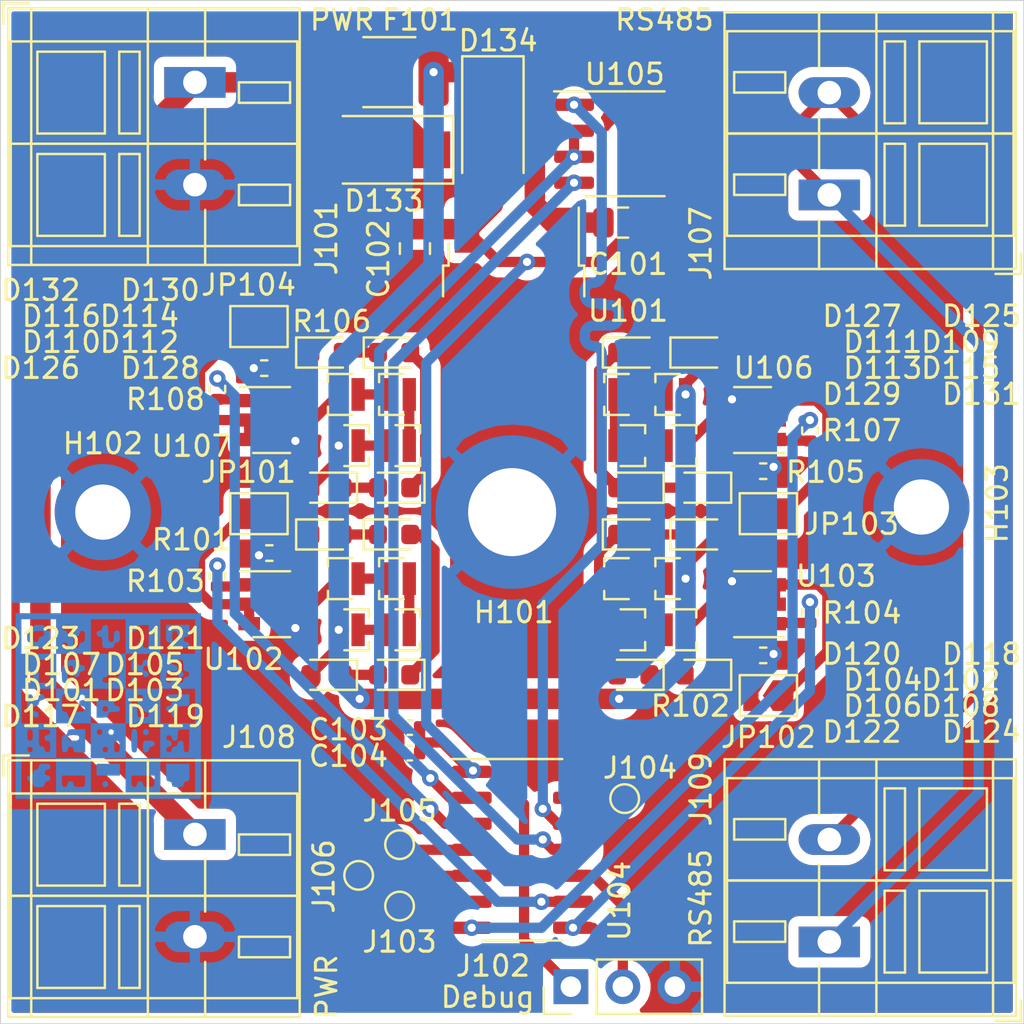
<source format=kicad_pcb>
(kicad_pcb (version 20171130) (host pcbnew "(5.1.9)-1")
  (layers (0 F.Cu signal hide) (31 B.Cu signal hide) (34 B.Paste user) (35 F.Paste user) (36 B.SilkS user hide) (37 F.SilkS user hide) (38 B.Mask user) (39 F.Mask user) (44 Edge.Cuts user))
  (net 0 "")
  (net 1 +12V)
  (net 2 GND)
  (net 3 +5V)
  (net 4 "Net-(D101-Pad1)")
  (net 5 "Net-(D102-Pad1)")
  (net 6 "Net-(D103-Pad1)")
  (net 7 "Net-(D104-Pad1)")
  (net 8 "Net-(D105-Pad1)")
  (net 9 "Net-(D106-Pad1)")
  (net 10 "Net-(D109-Pad1)")
  (net 11 "Net-(D110-Pad1)")
  (net 12 "Net-(D111-Pad1)")
  (net 13 "Net-(D112-Pad1)")
  (net 14 "Net-(D113-Pad1)")
  (net 15 "Net-(D114-Pad1)")
  (net 16 +VDC)
  (net 17 "Net-(J102-Pad2)")
  (net 18 "Net-(J103-Pad1)")
  (net 19 "Net-(J104-Pad1)")
  (net 20 "Net-(J105-Pad1)")
  (net 21 "Net-(J106-Pad1)")
  (net 22 "Net-(J107-Pad2)")
  (net 23 "Net-(J107-Pad1)")
  (net 24 /R)
  (net 25 /G)
  (net 26 /B)
  (net 27 /W)
  (net 28 "Net-(U104-Pad2)")
  (net 29 "Net-(U104-Pad11)")
  (net 30 "Net-(U104-Pad12)")
  (net 31 "Net-(D107-Pad1)")
  (net 32 "Net-(D108-Pad1)")
  (net 33 "Net-(D115-Pad1)")
  (net 34 "Net-(D116-Pad1)")
  (net 35 "Net-(R101-Pad2)")
  (net 36 "Net-(R102-Pad2)")
  (net 37 "Net-(R103-Pad1)")
  (net 38 "Net-(R104-Pad1)")
  (net 39 "Net-(R105-Pad2)")
  (net 40 "Net-(R106-Pad2)")
  (net 41 "Net-(R107-Pad1)")
  (net 42 "Net-(R108-Pad1)")
  (net 43 "Net-(D117-Pad1)")
  (net 44 "Net-(D118-Pad1)")
  (net 45 "Net-(D119-Pad1)")
  (net 46 "Net-(D120-Pad1)")
  (net 47 "Net-(D121-Pad1)")
  (net 48 "Net-(D122-Pad1)")
  (net 49 "Net-(D123-Pad1)")
  (net 50 "Net-(D124-Pad1)")
  (net 51 "Net-(D125-Pad1)")
  (net 52 "Net-(D126-Pad1)")
  (net 53 "Net-(D127-Pad1)")
  (net 54 "Net-(D128-Pad1)")
  (net 55 "Net-(D129-Pad1)")
  (net 56 "Net-(D130-Pad1)")
  (net 57 "Net-(D131-Pad1)")
  (net 58 "Net-(D132-Pad1)")
  (net 59 "Net-(D133-Pad1)")
  (module eurovibes:LOGO (layer B.Cu) (at 80.264 109.474)
    (fp_text reference G*** hide)
    (fp_text value LOGO hide)
    (fp_poly (pts (xy 4.528134 -4.528134) (xy -4.528133 -4.528134) (xy -4.528133 -2.547075) (xy -4.245125 -2.547075) (xy -4.245125 -4.245126) (xy -2.547075 -4.245126) (xy -2.547075 -3.820613) (xy -2.264067 -3.820613) (xy -2.240334 -3.91319) (xy -2.14441 -3.954106) (xy -1.981058 -3.962117) (xy -1.79991 -3.955309) (xy -1.719417 -3.907652) (xy -1.69873 -3.778298) (xy -1.69805 -3.679109) (xy -1.686184 -3.493955) (xy -1.638222 -3.412123) (xy -1.556546 -3.3961) (xy -1.438297 -3.44613) (xy -1.415042 -3.537605) (xy -1.365012 -3.655853) (xy -1.273537 -3.679109) (xy -1.18096 -3.655376) (xy -1.140045 -3.559452) (xy -1.132033 -3.3961) (xy -1.1439 -3.210946) (xy -1.191862 -3.129115) (xy -1.273537 -3.113092) (xy -1.391786 -3.063063) (xy -1.415042 -2.971588) (xy -1.465071 -2.853339) (xy -1.556546 -2.830084) (xy -1.649123 -2.853817) (xy -1.690038 -2.94974) (xy -1.69805 -3.113092) (xy -1.709916 -3.298246) (xy -1.757878 -3.380078) (xy -1.839554 -3.3961) (xy -1.957803 -3.44613) (xy -1.981058 -3.537605) (xy -2.031088 -3.655853) (xy -2.122562 -3.679109) (xy -2.240811 -3.729138) (xy -2.264067 -3.820613) (xy -2.547075 -3.820613) (xy -2.547075 -2.971588) (xy -2.264067 -2.971588) (xy -2.214037 -3.089836) (xy -2.122562 -3.113092) (xy -2.004314 -3.063063) (xy -1.981058 -2.971588) (xy -2.031088 -2.853339) (xy -2.122562 -2.830084) (xy -2.240811 -2.880113) (xy -2.264067 -2.971588) (xy -2.547075 -2.971588) (xy -2.547075 -2.547075) (xy -4.245125 -2.547075) (xy -4.528133 -2.547075) (xy -4.528133 -1.415042) (xy -3.962117 -1.415042) (xy -3.95025 -1.600196) (xy -3.902288 -1.682027) (xy -3.820613 -1.69805) (xy -3.728035 -1.674318) (xy -3.68712 -1.578394) (xy -3.679108 -1.415042) (xy -3.690975 -1.229888) (xy -3.738937 -1.148057) (xy -3.820613 -1.132034) (xy -3.3961 -1.132034) (xy -3.3961 -2.264067) (xy -2.830083 -2.264067) (xy -2.830083 -1.132034) (xy -3.3961 -1.132034) (xy -3.820613 -1.132034) (xy -3.91319 -1.155766) (xy -3.954105 -1.25169) (xy -3.962117 -1.415042) (xy -4.528133 -1.415042) (xy -4.528133 0.849025) (xy -4.245125 0.849025) (xy -4.245125 -0.849025) (xy -2.547075 -0.849025) (xy -2.547075 -2.547075) (xy -0.849025 -2.547075) (xy -0.849025 -4.245126) (xy 0.849025 -4.245126) (xy 0.849025 -3.254596) (xy 1.132034 -3.254596) (xy 1.137197 -3.491695) (xy 1.159878 -3.619811) (xy 1.210863 -3.671304) (xy 1.273538 -3.679109) (xy 1.391786 -3.729138) (xy 1.415042 -3.820613) (xy 1.438775 -3.91319) (xy 1.534699 -3.954106) (xy 1.69805 -3.962117) (xy 1.981059 -3.962117) (xy 1.981059 -3.3961) (xy 1.978104 -3.114087) (xy 1.964498 -2.945069) (xy 1.933123 -2.860583) (xy 1.876863 -2.832167) (xy 1.839555 -2.830084) (xy 1.721306 -2.880113) (xy 1.69805 -2.971588) (xy 1.648021 -3.089836) (xy 1.556546 -3.113092) (xy 1.438298 -3.063063) (xy 1.415042 -2.971588) (xy 1.365013 -2.853339) (xy 1.273538 -2.830084) (xy 1.194505 -2.845573) (xy 1.1518 -2.913616) (xy 1.134635 -3.066572) (xy 1.132034 -3.254596) (xy 0.849025 -3.254596) (xy 0.849025 -2.547075) (xy 2.547075 -2.547075) (xy 2.547075 -4.245126) (xy 4.245126 -4.245126) (xy 4.245126 -2.547075) (xy 2.547075 -2.547075) (xy 2.547075 -1.415042) (xy 2.830084 -1.415042) (xy 2.836892 -1.59619) (xy 2.884549 -1.676683) (xy 3.013903 -1.69737) (xy 3.113092 -1.69805) (xy 3.298246 -1.709917) (xy 3.380078 -1.757879) (xy 3.3961 -1.839555) (xy 3.346071 -1.957803) (xy 3.254596 -1.981059) (xy 3.136348 -2.031088) (xy 3.113092 -2.122563) (xy 3.136825 -2.21514) (xy 3.232749 -2.256056) (xy 3.3961 -2.264067) (xy 3.577249 -2.257259) (xy 3.657742 -2.209602) (xy 3.678428 -2.080248) (xy 3.679109 -1.981059) (xy 3.690975 -1.795904) (xy 3.738937 -1.714073) (xy 3.820613 -1.69805) (xy 3.938862 -1.648021) (xy 3.962117 -1.556546) (xy 3.912088 -1.438298) (xy 3.820613 -1.415042) (xy 3.702365 -1.365013) (xy 3.679109 -1.273538) (xy 3.62908 -1.155289) (xy 3.537605 -1.132034) (xy 3.419356 -1.182063) (xy 3.3961 -1.273538) (xy 3.346071 -1.391786) (xy 3.254596 -1.415042) (xy 3.136348 -1.365013) (xy 3.113092 -1.273538) (xy 3.063063 -1.155289) (xy 2.971588 -1.132034) (xy 2.879011 -1.155766) (xy 2.838095 -1.25169) (xy 2.830084 -1.415042) (xy 2.547075 -1.415042) (xy 2.547075 -0.849025) (xy 4.245126 -0.849025) (xy 4.245126 0.849025) (xy 2.547075 0.849025) (xy 2.547075 2.122562) (xy 2.830084 2.122562) (xy 2.880113 2.004314) (xy 2.971588 1.981058) (xy 3.089836 1.931029) (xy 3.113092 1.839554) (xy 3.063063 1.721306) (xy 2.971588 1.69805) (xy 2.853339 1.648021) (xy 2.830084 1.556546) (xy 2.880113 1.438297) (xy 2.971588 1.415042) (xy 3.089836 1.465071) (xy 3.113092 1.556546) (xy 3.163121 1.674794) (xy 3.254596 1.69805) (xy 3.347173 1.674317) (xy 3.388089 1.578393) (xy 3.3961 1.415042) (xy 3.402909 1.233893) (xy 3.450565 1.1534) (xy 3.57992 1.132714) (xy 3.679109 1.132033) (xy 3.962117 1.132033) (xy 3.962117 1.69805) (xy 3.959163 1.980064) (xy 3.945556 2.149082) (xy 3.914181 2.233567) (xy 3.857922 2.261984) (xy 3.820613 2.264067) (xy 3.728036 2.240334) (xy 3.68712 2.14441) (xy 3.679109 1.981058) (xy 3.667242 1.795904) (xy 3.619281 1.714073) (xy 3.537605 1.69805) (xy 3.419356 1.748079) (xy 3.3961 1.839554) (xy 3.346071 1.957803) (xy 3.254596 1.981058) (xy 3.136348 2.031088) (xy 3.113092 2.122562) (xy 3.063063 2.240811) (xy 2.971588 2.264067) (xy 2.853339 2.214037) (xy 2.830084 2.122562) (xy 2.547075 2.122562) (xy 2.547075 2.547075) (xy 0.849025 2.547075) (xy 0.849025 3.679108) (xy 1.132034 3.679108) (xy 1.132034 3.3961) (xy 2.264067 3.3961) (xy 2.264067 3.679108) (xy 2.257259 3.860257) (xy 2.209602 3.94075) (xy 2.080248 3.961436) (xy 1.981059 3.962117) (xy 1.795904 3.95025) (xy 1.714073 3.902288) (xy 1.69805 3.820613) (xy 1.648021 3.702364) (xy 1.556546 3.679108) (xy 1.438298 3.729138) (xy 1.415042 3.820613) (xy 1.365013 3.938861) (xy 1.273538 3.962117) (xy 1.180961 3.938384) (xy 1.140045 3.84246) (xy 1.132034 3.679108) (xy 0.849025 3.679108) (xy 0.849025 4.245125) (xy 2.547075 4.245125) (xy 2.547075 2.547075) (xy 4.245126 2.547075) (xy 4.245126 4.245125) (xy 2.547075 4.245125) (xy 0.849025 4.245125) (xy -0.849025 4.245125) (xy -0.849025 2.547075) (xy -2.547075 2.547075) (xy -2.547075 0.849025) (xy -4.245125 0.849025) (xy -4.528133 0.849025) (xy -4.528133 1.415042) (xy -3.962117 1.415042) (xy -3.95025 1.229887) (xy -3.902288 1.148056) (xy -3.820613 1.132033) (xy -3.728035 1.155766) (xy -3.68712 1.25169) (xy -3.679108 1.415042) (xy -3.688177 1.556546) (xy -3.3961 1.556546) (xy -3.3961 1.132033) (xy -3.113092 1.132033) (xy -2.927937 1.1439) (xy -2.846106 1.191862) (xy -2.830083 1.273537) (xy -2.880113 1.391786) (xy -2.971588 1.415042) (xy -3.089836 1.465071) (xy -3.113092 1.556546) (xy -3.063062 1.674794) (xy -2.971588 1.69805) (xy -2.87901 1.721783) (xy -2.838095 1.817707) (xy -2.830083 1.981058) (xy -2.84195 2.166213) (xy -2.889912 2.248044) (xy -2.971588 2.264067) (xy -3.089836 2.214037) (xy -3.113092 2.122562) (xy -3.163121 2.004314) (xy -3.254596 1.981058) (xy -3.333629 1.965569) (xy -3.376334 1.897526) (xy -3.393499 1.74457) (xy -3.3961 1.556546) (xy -3.688177 1.556546) (xy -3.690975 1.600196) (xy -3.738937 1.682027) (xy -3.820613 1.69805) (xy -3.91319 1.674317) (xy -3.954105 1.578393) (xy -3.962117 1.415042) (xy -4.528133 1.415042) (xy -4.528133 2.122562) (xy -3.962117 2.122562) (xy -3.912088 2.004314) (xy -3.820613 1.981058) (xy -3.702364 2.031088) (xy -3.679108 2.122562) (xy -3.729138 2.240811) (xy -3.820613 2.264067) (xy -3.938861 2.214037) (xy -3.962117 2.122562) (xy -4.528133 2.122562) (xy -4.528133 4.245125) (xy -4.245125 4.245125) (xy -4.245125 2.547075) (xy -2.547075 2.547075) (xy -2.547075 3.679108) (xy -2.264067 3.679108) (xy -2.264067 3.3961) (xy -1.132033 3.3961) (xy -1.132033 3.679108) (xy -1.138841 3.860257) (xy -1.186498 3.94075) (xy -1.315853 3.961436) (xy -1.415042 3.962117) (xy -1.600196 3.95025) (xy -1.682027 3.902288) (xy -1.69805 3.820613) (xy -1.748079 3.702364) (xy -1.839554 3.679108) (xy -1.957803 3.729138) (xy -1.981058 3.820613) (xy -2.031088 3.938861) (xy -2.122562 3.962117) (xy -2.21514 3.938384) (xy -2.256055 3.84246) (xy -2.264067 3.679108) (xy -2.547075 3.679108) (xy -2.547075 4.245125) (xy -4.245125 4.245125) (xy -4.528133 4.245125) (xy -4.528133 4.528133) (xy 4.528134 4.528133) (xy 4.528134 -4.528134)) (layer B.Cu) (width 0.01))
    (fp_poly (pts (xy -3.210946 -2.84195) (xy -3.129115 -2.889912) (xy -3.113092 -2.971588) (xy -3.063062 -3.089836) (xy -2.971588 -3.113092) (xy -2.87901 -3.136825) (xy -2.838095 -3.232749) (xy -2.830083 -3.3961) (xy -2.84195 -3.581255) (xy -2.889912 -3.663086) (xy -2.971588 -3.679109) (xy -3.089836 -3.729138) (xy -3.113092 -3.820613) (xy -3.136825 -3.91319) (xy -3.232748 -3.954106) (xy -3.3961 -3.962117) (xy -3.581254 -3.950251) (xy -3.663085 -3.902289) (xy -3.679108 -3.820613) (xy -3.729138 -3.702365) (xy -3.820613 -3.679109) (xy -3.91319 -3.655376) (xy -3.954105 -3.559452) (xy -3.962117 -3.3961) (xy -3.679108 -3.3961) (xy -3.6723 -3.577249) (xy -3.624643 -3.657742) (xy -3.495289 -3.678428) (xy -3.3961 -3.679109) (xy -3.210946 -3.667242) (xy -3.129115 -3.619281) (xy -3.113092 -3.537605) (xy -3.163121 -3.419356) (xy -3.254596 -3.3961) (xy -3.372844 -3.346071) (xy -3.3961 -3.254596) (xy -3.446129 -3.136348) (xy -3.537604 -3.113092) (xy -3.630181 -3.136825) (xy -3.671097 -3.232749) (xy -3.679108 -3.3961) (xy -3.962117 -3.3961) (xy -3.95025 -3.210946) (xy -3.902288 -3.129115) (xy -3.820613 -3.113092) (xy -3.702364 -3.063063) (xy -3.679108 -2.971588) (xy -3.655376 -2.879011) (xy -3.559452 -2.838095) (xy -3.3961 -2.830084) (xy -3.210946 -2.84195)) (layer B.Cu) (width 0.01))
    (fp_poly (pts (xy 0.185155 -2.84195) (xy 0.266986 -2.889912) (xy 0.283009 -2.971588) (xy 0.333038 -3.089836) (xy 0.424513 -3.113092) (xy 0.51709 -3.136825) (xy 0.558005 -3.232749) (xy 0.566017 -3.3961) (xy 0.554151 -3.581255) (xy 0.506189 -3.663086) (xy 0.424513 -3.679109) (xy 0.331936 -3.655376) (xy 0.29102 -3.559452) (xy 0.283009 -3.3961) (xy 0.271142 -3.210946) (xy 0.22318 -3.129115) (xy 0.141504 -3.113092) (xy 0.062471 -3.128582) (xy 0.019766 -3.196624) (xy 0.002602 -3.34958) (xy 0 -3.537605) (xy -0.005163 -3.774704) (xy -0.027844 -3.902819) (xy -0.078829 -3.954313) (xy -0.141504 -3.962117) (xy -0.259752 -3.912088) (xy -0.283008 -3.820613) (xy -0.333037 -3.702365) (xy -0.424512 -3.679109) (xy -0.542761 -3.62908) (xy -0.566017 -3.537605) (xy -0.515987 -3.419356) (xy -0.424512 -3.3961) (xy -0.331935 -3.372368) (xy -0.29102 -3.276444) (xy -0.283008 -3.113092) (xy -0.2762 -2.931944) (xy -0.228543 -2.851451) (xy -0.099189 -2.830764) (xy 0 -2.830084) (xy 0.185155 -2.84195)) (layer B.Cu) (width 0.01))
    (fp_poly (pts (xy 3.774704 -2.835247) (xy 3.902819 -2.857928) (xy 3.954313 -2.908913) (xy 3.962117 -2.971588) (xy 3.912088 -3.089836) (xy 3.820613 -3.113092) (xy 3.702365 -3.163121) (xy 3.679109 -3.254596) (xy 3.729138 -3.372845) (xy 3.820613 -3.3961) (xy 3.91319 -3.419833) (xy 3.954106 -3.515757) (xy 3.962117 -3.679109) (xy 3.962117 -3.962117) (xy 2.830084 -3.962117) (xy 2.830084 -3.537605) (xy 2.833165 -3.3961) (xy 3.113092 -3.3961) (xy 3.124959 -3.581255) (xy 3.17292 -3.663086) (xy 3.254596 -3.679109) (xy 3.347173 -3.655376) (xy 3.388089 -3.559452) (xy 3.3961 -3.3961) (xy 3.384234 -3.210946) (xy 3.336272 -3.129115) (xy 3.254596 -3.113092) (xy 3.162019 -3.136825) (xy 3.121104 -3.232749) (xy 3.113092 -3.3961) (xy 2.833165 -3.3961) (xy 2.835247 -3.300506) (xy 2.857928 -3.17239) (xy 2.908913 -3.120896) (xy 2.971588 -3.113092) (xy 3.089836 -3.063063) (xy 3.113092 -2.971588) (xy 3.128582 -2.892555) (xy 3.196624 -2.84985) (xy 3.34958 -2.832685) (xy 3.537605 -2.830084) (xy 3.774704 -2.835247)) (layer B.Cu) (width 0.01))
    (fp_poly (pts (xy 2.547075 0.849025) (xy 2.547075 -0.849025) (xy 0.849025 -0.849025) (xy 0.849025 -2.547075) (xy -0.849025 -2.547075) (xy -0.849025 -1.273538) (xy -0.283008 -1.273538) (xy -0.232979 -1.391786) (xy -0.141504 -1.415042) (xy -0.023255 -1.465071) (xy 0 -1.556546) (xy 0.023733 -1.649123) (xy 0.119657 -1.690039) (xy 0.283009 -1.69805) (xy 0.468163 -1.686184) (xy 0.549994 -1.638222) (xy 0.566017 -1.556546) (xy 0.515988 -1.438298) (xy 0.424513 -1.415042) (xy 0.306264 -1.365013) (xy 0.283009 -1.273538) (xy 0.259276 -1.180961) (xy 0.163352 -1.140045) (xy 0 -1.132034) (xy -0.185154 -1.1439) (xy -0.266985 -1.191862) (xy -0.283008 -1.273538) (xy -0.849025 -1.273538) (xy -0.849025 -0.849025) (xy -2.547075 -0.849025) (xy -2.547075 -0.141504) (xy -2.264067 -0.141504) (xy -2.258903 -0.378603) (xy -2.236223 -0.506719) (xy -2.185237 -0.558213) (xy -2.122562 -0.566017) (xy -2.004314 -0.515988) (xy -1.981058 -0.424513) (xy -1.957325 -0.331936) (xy -1.861402 -0.29102) (xy -1.69805 -0.283009) (xy -1.512896 -0.294875) (xy -1.431065 -0.342837) (xy -1.415042 -0.424513) (xy -1.365012 -0.542761) (xy -1.273537 -0.566017) (xy -1.155289 -0.515988) (xy -1.132033 -0.424513) (xy -1.182063 -0.306264) (xy -1.273537 -0.283009) (xy -1.391786 -0.232979) (xy -1.415042 -0.141504) (xy -1.365012 -0.023256) (xy -1.273537 0) (xy -1.155289 0.050029) (xy -1.132033 0.141504) (xy -1.155766 0.234081) (xy -1.25169 0.274997) (xy -1.415042 0.283008) (xy -1.600196 0.294875) (xy -1.682027 0.342836) (xy -1.69805 0.424512) (xy -1.748079 0.542761) (xy -1.839554 0.566017) (xy -1.957803 0.515987) (xy -1.981058 0.424512) (xy -2.031088 0.306264) (xy -2.122562 0.283008) (xy -2.201595 0.267519) (xy -2.244301 0.199476) (xy -2.261465 0.04652) (xy -2.264067 -0.141504) (xy -2.547075 -0.141504) (xy -2.547075 0.849025) (xy -0.849025 0.849025) (xy -0.849025 -0.849025) (xy 0.849025 -0.849025) (xy 0.849025 -0.141504) (xy 1.132034 -0.141504) (xy 1.182063 -0.259753) (xy 1.273538 -0.283009) (xy 1.391786 -0.333038) (xy 1.415042 -0.424513) (xy 1.465071 -0.542761) (xy 1.556546 -0.566017) (xy 1.674795 -0.515988) (xy 1.69805 -0.424513) (xy 1.648021 -0.306264) (xy 1.556546 -0.283009) (xy 1.438298 -0.232979) (xy 1.415042 -0.141504) (xy 1.465071 -0.023256) (xy 1.556546 0) (xy 1.674795 0.050029) (xy 1.69805 0.141504) (xy 1.74808 0.259752) (xy 1.839555 0.283008) (xy 1.957803 0.333037) (xy 1.981059 0.424512) (xy 1.957326 0.517089) (xy 1.861402 0.558005) (xy 1.69805 0.566017) (xy 1.516902 0.559208) (xy 1.436409 0.511552) (xy 1.415723 0.382197) (xy 1.415042 0.283008) (xy 1.403176 0.097854) (xy 1.355214 0.016023) (xy 1.273538 0) (xy 1.155289 -0.050029) (xy 1.132034 -0.141504) (xy 0.849025 -0.141504) (xy 0.849025 0.849025) (xy -0.849025 0.849025) (xy -0.849025 1.273537) (xy -0.566017 1.273537) (xy -0.515987 1.155289) (xy -0.424512 1.132033) (xy -0.306264 1.182063) (xy -0.283008 1.273537) (xy 0 1.273537) (xy 0.050029 1.155289) (xy 0.141504 1.132033) (xy 0.259753 1.182063) (xy 0.283009 1.273537) (xy 0.232979 1.391786) (xy 0.141504 1.415042) (xy 0.023256 1.365012) (xy 0 1.273537) (xy -0.283008 1.273537) (xy -0.333037 1.391786) (xy -0.424512 1.415042) (xy -0.542761 1.365012) (xy -0.566017 1.273537) (xy -0.849025 1.273537) (xy -0.849025 2.122562) (xy -0.283008 2.122562) (xy -0.232979 2.004314) (xy -0.141504 1.981058) (xy 0.283009 1.981058) (xy 0.294875 1.795904) (xy 0.342837 1.714073) (xy 0.424513 1.69805) (xy 0.51709 1.721783) (xy 0.558005 1.817707) (xy 0.566017 1.981058) (xy 0.554151 2.166213) (xy 0.506189 2.248044) (xy 0.424513 2.264067) (xy 0.331936 2.240334) (xy 0.29102 2.14441) (xy 0.283009 1.981058) (xy -0.141504 1.981058) (xy -0.023255 2.031088) (xy 0 2.122562) (xy -0.050029 2.240811) (xy -0.141504 2.264067) (xy -0.259752 2.214037) (xy -0.283008 2.122562) (xy -0.849025 2.122562) (xy -0.849025 2.547075) (xy 0.849025 2.547075) (xy 0.849025 0.849025) (xy 2.547075 0.849025)) (layer B.Cu) (width 0.01))
    (fp_poly (pts (xy -2.04353 -1.147523) (xy -2.000824 -1.215566) (xy -1.98366 -1.368522) (xy -1.981058 -1.556546) (xy -1.975895 -1.793645) (xy -1.953214 -1.921761) (xy -1.902229 -1.973254) (xy -1.839554 -1.981059) (xy -1.746977 -1.957326) (xy -1.706061 -1.861402) (xy -1.69805 -1.69805) (xy -1.686184 -1.512896) (xy -1.638222 -1.431065) (xy -1.556546 -1.415042) (xy -1.438297 -1.465071) (xy -1.415042 -1.556546) (xy -1.365012 -1.674795) (xy -1.273537 -1.69805) (xy -1.155289 -1.74808) (xy -1.132033 -1.839555) (xy -1.182063 -1.957803) (xy -1.273537 -1.981059) (xy -1.391786 -2.031088) (xy -1.415042 -2.122563) (xy -1.438774 -2.21514) (xy -1.534698 -2.256056) (xy -1.69805 -2.264067) (xy -1.883204 -2.252201) (xy -1.965035 -2.204239) (xy -1.981058 -2.122563) (xy -2.031088 -2.004314) (xy -2.122562 -1.981059) (xy -2.201595 -1.965569) (xy -2.244301 -1.897527) (xy -2.261465 -1.744571) (xy -2.264067 -1.556546) (xy -2.258903 -1.319447) (xy -2.236223 -1.191332) (xy -2.185237 -1.139838) (xy -2.122562 -1.132034) (xy -2.04353 -1.147523)) (layer B.Cu) (width 0.01))
    (fp_poly (pts (xy 1.957803 -1.465071) (xy 1.981059 -1.556546) (xy 1.931029 -1.674795) (xy 1.839555 -1.69805) (xy 1.721306 -1.74808) (xy 1.69805 -1.839555) (xy 1.74808 -1.957803) (xy 1.839555 -1.981059) (xy 1.957803 -2.031088) (xy 1.981059 -2.122563) (xy 1.931029 -2.240811) (xy 1.839555 -2.264067) (xy 1.721306 -2.214038) (xy 1.69805 -2.122563) (xy 1.648021 -2.004314) (xy 1.556546 -1.981059) (xy 1.438298 -2.031088) (xy 1.415042 -2.122563) (xy 1.365013 -2.240811) (xy 1.273538 -2.264067) (xy 1.180961 -2.240334) (xy 1.140045 -2.14441) (xy 1.132034 -1.981059) (xy 1.138842 -1.79991) (xy 1.186499 -1.719417) (xy 1.315853 -1.698731) (xy 1.415042 -1.69805) (xy 1.600196 -1.686184) (xy 1.682027 -1.638222) (xy 1.69805 -1.556546) (xy 1.74808 -1.438298) (xy 1.839555 -1.415042) (xy 1.957803 -1.465071)) (layer B.Cu) (width 0.01))
    (fp_poly (pts (xy 1.391786 -1.182063) (xy 1.415042 -1.273538) (xy 1.365013 -1.391786) (xy 1.273538 -1.415042) (xy 1.155289 -1.365013) (xy 1.132034 -1.273538) (xy 1.182063 -1.155289) (xy 1.273538 -1.132034) (xy 1.391786 -1.182063)) (layer B.Cu) (width 0.01))
    (fp_poly (pts (xy -3.419356 0.515987) (xy -3.3961 0.424512) (xy -3.446129 0.306264) (xy -3.537604 0.283008) (xy -3.655853 0.232979) (xy -3.679108 0.141504) (xy -3.629079 0.023255) (xy -3.537604 0) (xy -3.419356 -0.050029) (xy -3.3961 -0.141504) (xy -3.346071 -0.259753) (xy -3.254596 -0.283009) (xy -3.136347 -0.333038) (xy -3.113092 -0.424513) (xy -3.163121 -0.542761) (xy -3.254596 -0.566017) (xy -3.372844 -0.515988) (xy -3.3961 -0.424513) (xy -3.446129 -0.306264) (xy -3.537604 -0.283009) (xy -3.655853 -0.333038) (xy -3.679108 -0.424513) (xy -3.729138 -0.542761) (xy -3.820613 -0.566017) (xy -3.899646 -0.550527) (xy -3.942351 -0.482485) (xy -3.959515 -0.329529) (xy -3.962117 -0.141504) (xy -3.956954 0.095594) (xy -3.934273 0.22371) (xy -3.883287 0.275204) (xy -3.820613 0.283008) (xy -3.702364 0.333037) (xy -3.679108 0.424512) (xy -3.629079 0.542761) (xy -3.537604 0.566017) (xy -3.419356 0.515987)) (layer B.Cu) (width 0.01))
    (fp_poly (pts (xy 3.347173 0.542284) (xy 3.388089 0.44636) (xy 3.3961 0.283008) (xy 3.402909 0.10186) (xy 3.450565 0.021367) (xy 3.57992 0.00068) (xy 3.679109 0) (xy 3.860257 -0.006808) (xy 3.94075 -0.054465) (xy 3.961437 -0.18382) (xy 3.962117 -0.283009) (xy 3.962117 -0.566017) (xy 3.3961 -0.566017) (xy 3.114087 -0.563063) (xy 2.945069 -0.549456) (xy 2.860583 -0.518081) (xy 2.832167 -0.461821) (xy 2.830084 -0.424513) (xy 2.880113 -0.306264) (xy 2.971588 -0.283009) (xy 3.089836 -0.232979) (xy 3.113092 -0.141504) (xy 3.063063 -0.023256) (xy 2.971588 0) (xy 2.853339 0.050029) (xy 2.830084 0.141504) (xy 2.880113 0.259752) (xy 2.971588 0.283008) (xy 3.089836 0.333037) (xy 3.113092 0.424512) (xy 3.163121 0.542761) (xy 3.254596 0.566017) (xy 3.347173 0.542284)) (layer B.Cu) (width 0.01))
    (fp_poly (pts (xy -1.132033 1.132033) (xy -1.556546 1.132033) (xy -1.793645 1.137196) (xy -1.92176 1.159877) (xy -1.973254 1.210863) (xy -1.981058 1.273537) (xy -2.031088 1.391786) (xy -2.122562 1.415042) (xy -2.201595 1.430531) (xy -2.244301 1.498573) (xy -2.250806 1.556546) (xy -1.981058 1.556546) (xy -1.957325 1.463969) (xy -1.861402 1.423053) (xy -1.69805 1.415042) (xy -1.512896 1.426908) (xy -1.431065 1.47487) (xy -1.415042 1.556546) (xy -1.438774 1.649123) (xy -1.534698 1.690038) (xy -1.69805 1.69805) (xy -1.883204 1.686184) (xy -1.965035 1.638222) (xy -1.981058 1.556546) (xy -2.250806 1.556546) (xy -2.261465 1.65153) (xy -2.264067 1.839554) (xy -2.258903 2.076653) (xy -2.236223 2.204769) (xy -2.185237 2.256262) (xy -2.122562 2.264067) (xy -2.004314 2.214037) (xy -1.981058 2.122562) (xy -1.931029 2.004314) (xy -1.839554 1.981058) (xy -1.721306 2.031088) (xy -1.69805 2.122562) (xy -1.674317 2.21514) (xy -1.578393 2.256055) (xy -1.415042 2.264067) (xy -1.132033 2.264067) (xy -1.132033 1.132033)) (layer B.Cu) (width 0.01))
    (fp_poly (pts (xy 1.344041 2.25225) (xy 1.386296 2.197823) (xy 1.407417 2.072322) (xy 1.414521 1.847285) (xy 1.415042 1.69805) (xy 1.412088 1.416036) (xy 1.398481 1.247018) (xy 1.367106 1.162533) (xy 1.310846 1.134116) (xy 1.273538 1.132033) (xy 1.203034 1.14385) (xy 1.16078 1.198277) (xy 1.139659 1.323777) (xy 1.132554 1.548815) (xy 1.132034 1.69805) (xy 1.134988 1.980064) (xy 1.148595 2.149082) (xy 1.17997 2.233567) (xy 1.236229 2.261984) (xy 1.273538 2.264067) (xy 1.344041 2.25225)) (layer B.Cu) (width 0.01))
    (fp_poly (pts (xy 1.957803 1.365012) (xy 1.981059 1.273537) (xy 1.931029 1.155289) (xy 1.839555 1.132033) (xy 1.721306 1.182063) (xy 1.69805 1.273537) (xy 1.74808 1.391786) (xy 1.839555 1.415042) (xy 1.957803 1.365012)) (layer B.Cu) (width 0.01))
    (fp_poly (pts (xy 1.957803 2.214037) (xy 1.981059 2.122562) (xy 2.031088 2.004314) (xy 2.122563 1.981058) (xy 2.240811 1.931029) (xy 2.264067 1.839554) (xy 2.240334 1.746977) (xy 2.14441 1.706061) (xy 1.981059 1.69805) (xy 1.79991 1.704858) (xy 1.719417 1.752515) (xy 1.698731 1.881869) (xy 1.69805 1.981058) (xy 1.709917 2.166213) (xy 1.757879 2.248044) (xy 1.839555 2.264067) (xy 1.957803 2.214037)) (layer B.Cu) (width 0.01))
    (fp_poly (pts (xy -3.210946 3.95025) (xy -3.129115 3.902288) (xy -3.113092 3.820613) (xy -3.063062 3.702364) (xy -2.971588 3.679108) (xy -2.853339 3.629079) (xy -2.830083 3.537604) (xy -2.880113 3.419356) (xy -2.971588 3.3961) (xy -3.089836 3.346071) (xy -3.113092 3.254596) (xy -3.063062 3.136347) (xy -2.971588 3.113092) (xy -2.853339 3.063062) (xy -2.830083 2.971588) (xy -2.853816 2.87901) (xy -2.94974 2.838095) (xy -3.113092 2.830083) (xy -3.298246 2.84195) (xy -3.380077 2.889912) (xy -3.3961 2.971588) (xy -3.446129 3.089836) (xy -3.537604 3.113092) (xy -3.655853 3.163121) (xy -3.679108 3.254596) (xy -3.729138 3.372844) (xy -3.820613 3.3961) (xy -3.938861 3.446129) (xy -3.962117 3.537604) (xy -3.912088 3.655853) (xy -3.820613 3.679108) (xy -3.702364 3.729138) (xy -3.679108 3.820613) (xy -3.655376 3.91319) (xy -3.559452 3.954105) (xy -3.3961 3.962117) (xy -3.210946 3.95025)) (layer B.Cu) (width 0.01))
    (fp_poly (pts (xy 0.566017 2.830083) (xy -0.566017 2.830083) (xy -0.566017 3.3961) (xy 0.566017 3.3961) (xy 0.566017 2.830083)) (layer B.Cu) (width 0.01))
    (fp_poly (pts (xy 3.581255 3.95025) (xy 3.663086 3.902288) (xy 3.679109 3.820613) (xy 3.729138 3.702364) (xy 3.820613 3.679108) (xy 3.899646 3.663619) (xy 3.942351 3.595577) (xy 3.959516 3.44262) (xy 3.962117 3.254596) (xy 3.962117 2.830083) (xy 2.830084 2.830083) (xy 2.830084 3.254596) (xy 2.835247 3.491695) (xy 2.857928 3.619811) (xy 2.908913 3.671304) (xy 2.971588 3.679108) (xy 3.089836 3.729138) (xy 3.113092 3.820613) (xy 3.136825 3.91319) (xy 3.232749 3.954105) (xy 3.3961 3.962117) (xy 3.581255 3.95025)) (layer B.Cu) (width 0.01))
    (fp_poly (pts (xy -0.023255 3.912088) (xy 0 3.820613) (xy -0.050029 3.702364) (xy -0.141504 3.679108) (xy -0.259752 3.729138) (xy -0.283008 3.820613) (xy -0.232979 3.938861) (xy -0.141504 3.962117) (xy -0.023255 3.912088)) (layer B.Cu) (width 0.01))
    (fp_poly (pts (xy 3.655853 -1.465071) (xy 3.679109 -1.556546) (xy 3.62908 -1.674795) (xy 3.537605 -1.69805) (xy 3.419356 -1.648021) (xy 3.3961 -1.556546) (xy 3.44613 -1.438298) (xy 3.537605 -1.415042) (xy 3.655853 -1.465071)) (layer B.Cu) (width 0.01))
    (fp_poly (pts (xy -0.097854 0.55415) (xy -0.016023 0.506188) (xy 0 0.424512) (xy 0.023733 0.331935) (xy 0.119657 0.29102) (xy 0.283009 0.283008) (xy 0.468163 0.271142) (xy 0.549994 0.22318) (xy 0.566017 0.141504) (xy 0.515988 0.023255) (xy 0.424513 0) (xy 0.306264 -0.050029) (xy 0.283009 -0.141504) (xy 0.267519 -0.220537) (xy 0.199477 -0.263243) (xy 0.04652 -0.280407) (xy -0.141504 -0.283009) (xy -0.566017 -0.283009) (xy -0.566017 0.141504) (xy -0.283008 0.141504) (xy -0.232979 0.023255) (xy -0.141504 0) (xy -0.023255 0.050029) (xy 0 0.141504) (xy -0.050029 0.259752) (xy -0.141504 0.283008) (xy -0.259752 0.232979) (xy -0.283008 0.141504) (xy -0.566017 0.141504) (xy -0.566017 0.566017) (xy -0.283008 0.566017) (xy -0.097854 0.55415)) (layer B.Cu) (width 0.01))
  )
  (module LED_SMD:LED_Cree-XQ (layer F.Cu) (at 105.5 105.75 180)
    (fp_text reference D106 (at -12.61 -3.724) (layer F.SilkS))
    (fp_text value LED)
    (pad 1 smd rect (at -0.475 0 180) (size 0.65 1.6) (layers F.Cu F.Paste F.Mask) (net 9 "Net-(D106-Pad1)"))
    (pad 2 smd rect (at 0.475 0 180) (size 0.65 1.6) (layers F.Cu F.Paste F.Mask) (net 7 "Net-(D104-Pad1)"))
  )
  (module Capacitor_SMD:C_0805_2012Metric (layer F.Cu) (at 105.41 85.852)
    (fp_text reference C101 (at 0.254 2.032) (layer F.SilkS))
    (fp_text value 10µ)
    (pad 1 smd roundrect (at -0.95 0) (size 1 1.45) (layers F.Cu F.Paste F.Mask) (net 1 +12V))
    (pad 2 smd roundrect (at 0.95 0) (size 1 1.45) (layers F.Cu F.Paste F.Mask) (net 2 GND))
  )
  (module Capacitor_SMD:C_0805_2012Metric (layer F.Cu) (at 95.25 87.122 270)
    (fp_text reference C102 (at 0.508 1.778 270) (layer F.SilkS))
    (fp_text value 22µ)
    (pad 2 smd roundrect (at 0.95 0 270) (size 1 1.45) (layers F.Cu F.Paste F.Mask) (net 2 GND))
    (pad 1 smd roundrect (at -0.95 0 270) (size 1 1.45) (layers F.Cu F.Paste F.Mask) (net 3 +5V))
  )
  (module Fuse:Fuse_1812_4532Metric_Castellated (layer F.Cu) (at 94 78.5 180)
    (fp_text reference F101 (at -1.504 2.554 180) (layer F.SilkS))
    (fp_text value 750mA)
    (pad 1 smd roundrect (at -2.1625 0 180) (size 1.475 3.3) (layers F.Cu F.Paste F.Mask) (roundrect_rratio 0.1694915254237288) (net 1 +12V))
    (pad 2 smd roundrect (at 2.1625 0 180) (size 1.475 3.3) (layers F.Cu F.Paste F.Mask) (roundrect_rratio 0.1694915254237288) (net 59 "Net-(D133-Pad1)"))
  )
  (module MountingHole:MountingHole_4.3mm_M4_DIN965_Pad (layer F.Cu) (at 100 100)
    (fp_text reference H101 (at 0.076 4.902) (layer F.SilkS))
    (fp_text value ~)
    (pad 1 thru_hole circle (at 0 0) (size 7.5 7.5) (drill 4.3) (layers *.Cu *.Mask) (net 2 GND))
  )
  (module TerminalBlock_WAGO:TerminalBlock_WAGO_236-102_1x02_P5.00mm_45Degree (layer F.Cu) (at 84.5 79 270)
    (fp_text reference J101 (at 7.614 -6.432 270) (layer F.SilkS))
    (fp_text value PWR (at -3.054 -7.194) (layer F.SilkS))
    (pad 1 thru_hole rect (at 0 0 270) (size 1.5 3) (drill 1.15) (layers *.Cu *.Mask) (net 16 +VDC))
    (pad 2 thru_hole oval (at 5 0 270) (size 1.5 3) (drill 1.15) (layers *.Cu *.Mask) (net 2 GND))
  )
  (module Connector_PinHeader_2.54mm:PinHeader_1x03_P2.54mm_Vertical (layer F.Cu) (at 102.87 123.19 90)
    (fp_text reference J102 (at 1.016 -3.81 180) (layer F.SilkS))
    (fp_text value Debug (at -0.508 -4.064 180) (layer F.SilkS))
    (pad 1 thru_hole rect (at 0 0 90) (size 1.7 1.7) (drill 1) (layers *.Cu *.Mask) (net 3 +5V))
    (pad 2 thru_hole oval (at 0 2.54 90) (size 1.7 1.7) (drill 1) (layers *.Cu *.Mask) (net 17 "Net-(J102-Pad2)"))
    (pad 3 thru_hole oval (at 0 5.08 90) (size 1.7 1.7) (drill 1) (layers *.Cu *.Mask) (net 2 GND))
  )
  (module TerminalBlock_WAGO:TerminalBlock_WAGO_236-102_1x02_P5.00mm_45Degree (layer F.Cu) (at 115.5 84.5 90)
    (fp_text reference J107 (at -2.368 -6.28 270) (layer F.SilkS))
    (fp_text value RS485 (at 8.554 -8.058) (layer F.SilkS))
    (pad 2 thru_hole oval (at 5 0 90) (size 1.5 3) (drill 1.15) (layers *.Cu *.Mask) (net 22 "Net-(J107-Pad2)"))
    (pad 1 thru_hole rect (at 0 0 90) (size 1.5 3) (drill 1.15) (layers *.Cu *.Mask) (net 23 "Net-(J107-Pad1)"))
  )
  (module Resistor_SMD:R_0402_1005Metric (layer F.Cu) (at 85.598 103.124 90)
    (fp_text reference R103 (at -0.254 -2.54 180) (layer F.SilkS))
    (fp_text value 1k)
    (pad 1 smd roundrect (at -0.51 0 90) (size 0.54 0.64) (layers F.Cu F.Paste F.Mask) (net 37 "Net-(R103-Pad1)"))
    (pad 2 smd roundrect (at 0.51 0 90) (size 0.54 0.64) (layers F.Cu F.Paste F.Mask) (net 24 /R))
  )
  (module Resistor_SMD:R_0402_1005Metric (layer F.Cu) (at 114.554 104.902 90)
    (fp_text reference R104 (at -0.025 2.54 180) (layer F.SilkS))
    (fp_text value 1k)
    (pad 2 smd roundrect (at 0.51 0 90) (size 0.54 0.64) (layers F.Cu F.Paste F.Mask) (net 25 /G))
    (pad 1 smd roundrect (at -0.51 0 90) (size 0.54 0.64) (layers F.Cu F.Paste F.Mask) (net 38 "Net-(R104-Pad1)"))
  )
  (module Resistor_SMD:R_0402_1005Metric (layer F.Cu) (at 112.268 98 180)
    (fp_text reference R105 (at -3.048 -0.044) (layer F.SilkS))
    (fp_text value 82)
    (pad 1 smd roundrect (at -0.51 0 180) (size 0.54 0.64) (layers F.Cu F.Paste F.Mask) (net 2 GND))
    (pad 2 smd roundrect (at 0.51 0 180) (size 0.54 0.64) (layers F.Cu F.Paste F.Mask) (net 39 "Net-(R105-Pad2)"))
  )
  (module Resistor_SMD:R_0402_1005Metric (layer F.Cu) (at 114.554 96.012 90)
    (fp_text reference R107 (at 0 2.54 180) (layer F.SilkS))
    (fp_text value 1k)
    (pad 2 smd roundrect (at 0.51 0 90) (size 0.54 0.64) (layers F.Cu F.Paste F.Mask) (net 26 /B))
    (pad 1 smd roundrect (at -0.51 0 90) (size 0.54 0.64) (layers F.Cu F.Paste F.Mask) (net 41 "Net-(R107-Pad1)"))
  )
  (module Resistor_SMD:R_0402_1005Metric (layer F.Cu) (at 85.598 93.98 90)
    (fp_text reference R108 (at -0.508 -2.54 180) (layer F.SilkS))
    (fp_text value 1k)
    (pad 1 smd roundrect (at -0.51 0 90) (size 0.54 0.64) (layers F.Cu F.Paste F.Mask) (net 42 "Net-(R108-Pad1)"))
    (pad 2 smd roundrect (at 0.51 0 90) (size 0.54 0.64) (layers F.Cu F.Paste F.Mask) (net 27 /W))
  )
  (module Package_SO:SOIC-14_3.9x8.7mm_P1.27mm (layer F.Cu) (at 100.5 116.5)
    (fp_text reference U104 (at 4.75 2.5 90) (layer F.SilkS))
    (fp_text value ATtiny404-SS)
    (pad 1 smd roundrect (at -2.475 -3.81) (size 1.95 0.6) (layers F.Cu F.Paste F.Mask) (net 3 +5V))
    (pad 2 smd roundrect (at -2.475 -2.54) (size 1.95 0.6) (layers F.Cu F.Paste F.Mask) (net 28 "Net-(U104-Pad2)"))
    (pad 3 smd roundrect (at -2.475 -1.27) (size 1.95 0.6) (layers F.Cu F.Paste F.Mask) (net 27 /W))
    (pad 4 smd roundrect (at -2.475 0) (size 1.95 0.6) (layers F.Cu F.Paste F.Mask) (net 20 "Net-(J105-Pad1)"))
    (pad 5 smd roundrect (at -2.475 1.27) (size 1.95 0.6) (layers F.Cu F.Paste F.Mask) (net 21 "Net-(J106-Pad1)"))
    (pad 6 smd roundrect (at -2.475 2.54) (size 1.95 0.6) (layers F.Cu F.Paste F.Mask) (net 18 "Net-(J103-Pad1)"))
    (pad 7 smd roundrect (at -2.475 3.81) (size 1.95 0.6) (layers F.Cu F.Paste F.Mask) (net 26 /B))
    (pad 8 smd roundrect (at 2.475 3.81) (size 1.95 0.6) (layers F.Cu F.Paste F.Mask) (net 25 /G))
    (pad 9 smd roundrect (at 2.475 2.54) (size 1.95 0.6) (layers F.Cu F.Paste F.Mask) (net 24 /R))
    (pad 10 smd roundrect (at 2.475 1.27) (size 1.95 0.6) (layers F.Cu F.Paste F.Mask) (net 17 "Net-(J102-Pad2)"))
    (pad 11 smd roundrect (at 2.475 0) (size 1.95 0.6) (layers F.Cu F.Paste F.Mask) (net 29 "Net-(U104-Pad11)"))
    (pad 12 smd roundrect (at 2.475 -1.27) (size 1.95 0.6) (layers F.Cu F.Paste F.Mask) (net 30 "Net-(U104-Pad12)"))
    (pad 13 smd roundrect (at 2.475 -2.54) (size 1.95 0.6) (layers F.Cu F.Paste F.Mask) (net 19 "Net-(J104-Pad1)"))
    (pad 14 smd roundrect (at 2.475 -3.81) (size 1.95 0.6) (layers F.Cu F.Paste F.Mask) (net 2 GND))
  )
  (module Package_SO:SOIC-8_3.9x4.9mm_P1.27mm (layer F.Cu) (at 105.5 82)
    (fp_text reference U105 (at 0 -3.4) (layer F.SilkS))
    (fp_text value SP3485CN)
    (pad 1 smd roundrect (at -2.475 -1.905) (size 1.95 0.6) (layers F.Cu F.Paste F.Mask) (net 30 "Net-(U104-Pad12)"))
    (pad 2 smd roundrect (at -2.475 -0.635) (size 1.95 0.6) (layers F.Cu F.Paste F.Mask) (net 28 "Net-(U104-Pad2)"))
    (pad 3 smd roundrect (at -2.475 0.635) (size 1.95 0.6) (layers F.Cu F.Paste F.Mask) (net 28 "Net-(U104-Pad2)"))
    (pad 4 smd roundrect (at -2.475 1.905) (size 1.95 0.6) (layers F.Cu F.Paste F.Mask) (net 29 "Net-(U104-Pad11)"))
    (pad 5 smd roundrect (at 2.475 1.905) (size 1.95 0.6) (layers F.Cu F.Paste F.Mask) (net 2 GND))
    (pad 6 smd roundrect (at 2.475 0.635) (size 1.95 0.6) (layers F.Cu F.Paste F.Mask) (net 23 "Net-(J107-Pad1)"))
    (pad 7 smd roundrect (at 2.475 -0.635) (size 1.95 0.6) (layers F.Cu F.Paste F.Mask) (net 22 "Net-(J107-Pad2)"))
    (pad 8 smd roundrect (at 2.475 -1.905) (size 1.95 0.6) (layers F.Cu F.Paste F.Mask) (net 3 +5V))
  )
  (module MountingHole:MountingHole_2.7mm_M2.5_DIN965_Pad (layer F.Cu) (at 80 100)
    (fp_text reference H102 (at 0 -3.35) (layer F.SilkS))
    (fp_text value ~)
    (pad 1 thru_hole circle (at 0 0) (size 4.7 4.7) (drill 2.7) (layers *.Cu *.Mask) (net 2 GND))
  )
  (module MountingHole:MountingHole_2.7mm_M2.5_DIN965_Pad (layer F.Cu) (at 120 99.75)
    (fp_text reference H103 (at 3.698 -0.182 90) (layer F.SilkS))
    (fp_text value ~)
    (pad 1 thru_hole circle (at 0 0) (size 4.7 4.7) (drill 2.7) (layers *.Cu *.Mask) (net 2 GND))
  )
  (module LED_SMD:LED_Cree-XQ (layer F.Cu) (at 92 105.75 180)
    (fp_text reference D101 (at 14.022 -2.962) (layer F.SilkS))
    (fp_text value LED)
    (pad 1 smd rect (at -0.475 0 180) (size 0.65 1.6) (layers F.Cu F.Paste F.Mask) (net 4 "Net-(D101-Pad1)"))
    (pad 2 smd rect (at 0.475 0 180) (size 0.65 1.6) (layers F.Cu F.Paste F.Mask) (net 1 +12V))
  )
  (module LED_SMD:LED_Cree-XQ (layer F.Cu) (at 108 103.25)
    (fp_text reference D102 (at 13.92 4.954) (layer F.SilkS))
    (fp_text value LED)
    (pad 1 smd rect (at -0.475 0) (size 0.65 1.6) (layers F.Cu F.Paste F.Mask) (net 5 "Net-(D102-Pad1)"))
    (pad 2 smd rect (at 0.475 0) (size 0.65 1.6) (layers F.Cu F.Paste F.Mask) (net 1 +12V))
  )
  (module LED_SMD:LED_Cree-XQ (layer F.Cu) (at 94.5 105.75 180)
    (fp_text reference D103 (at 12.458 -2.962) (layer F.SilkS))
    (fp_text value LED)
    (pad 2 smd rect (at 0.475 0 180) (size 0.65 1.6) (layers F.Cu F.Paste F.Mask) (net 4 "Net-(D101-Pad1)"))
    (pad 1 smd rect (at -0.475 0 180) (size 0.65 1.6) (layers F.Cu F.Paste F.Mask) (net 6 "Net-(D103-Pad1)"))
  )
  (module LED_SMD:LED_Cree-XQ (layer F.Cu) (at 105.5 103.25)
    (fp_text reference D104 (at 12.61 4.954) (layer F.SilkS))
    (fp_text value LED)
    (pad 2 smd rect (at 0.475 0) (size 0.65 1.6) (layers F.Cu F.Paste F.Mask) (net 5 "Net-(D102-Pad1)"))
    (pad 1 smd rect (at -0.475 0) (size 0.65 1.6) (layers F.Cu F.Paste F.Mask) (net 7 "Net-(D104-Pad1)"))
  )
  (module LED_SMD:LED_Cree-XQ (layer F.Cu) (at 94.5 103.25)
    (fp_text reference D105 (at -12.458 4.192) (layer F.SilkS))
    (fp_text value LED)
    (pad 1 smd rect (at -0.475 0) (size 0.65 1.6) (layers F.Cu F.Paste F.Mask) (net 8 "Net-(D105-Pad1)"))
    (pad 2 smd rect (at 0.475 0) (size 0.65 1.6) (layers F.Cu F.Paste F.Mask) (net 6 "Net-(D103-Pad1)"))
  )
  (module LED_SMD:LED_Cree-XQ (layer F.Cu) (at 92 103.25)
    (fp_text reference D107 (at -14.022 4.192) (layer F.SilkS))
    (fp_text value LED)
    (pad 2 smd rect (at 0.475 0) (size 0.65 1.6) (layers F.Cu F.Paste F.Mask) (net 8 "Net-(D105-Pad1)"))
    (pad 1 smd rect (at -0.475 0) (size 0.65 1.6) (layers F.Cu F.Paste F.Mask) (net 31 "Net-(D107-Pad1)"))
  )
  (module LED_SMD:LED_Cree-XQ (layer F.Cu) (at 108 105.75 180)
    (fp_text reference D108 (at -13.92 -3.724) (layer F.SilkS))
    (fp_text value LED)
    (pad 2 smd rect (at 0.475 0 180) (size 0.65 1.6) (layers F.Cu F.Paste F.Mask) (net 9 "Net-(D106-Pad1)"))
    (pad 1 smd rect (at -0.475 0 180) (size 0.65 1.6) (layers F.Cu F.Paste F.Mask) (net 32 "Net-(D108-Pad1)"))
  )
  (module LED_SMD:LED_Cree-XQ (layer F.Cu) (at 108 94.25)
    (fp_text reference D109 (at 13.92 -2.556) (layer F.SilkS))
    (fp_text value LED)
    (pad 2 smd rect (at 0.475 0) (size 0.65 1.6) (layers F.Cu F.Paste F.Mask) (net 1 +12V))
    (pad 1 smd rect (at -0.475 0) (size 0.65 1.6) (layers F.Cu F.Paste F.Mask) (net 10 "Net-(D109-Pad1)"))
  )
  (module LED_SMD:LED_Cree-XQ (layer F.Cu) (at 92 96.75 180)
    (fp_text reference D110 (at 14.022 5.056 180) (layer F.SilkS))
    (fp_text value LED)
    (pad 1 smd rect (at -0.475 0 180) (size 0.65 1.6) (layers F.Cu F.Paste F.Mask) (net 11 "Net-(D110-Pad1)"))
    (pad 2 smd rect (at 0.475 0 180) (size 0.65 1.6) (layers F.Cu F.Paste F.Mask) (net 1 +12V))
  )
  (module LED_SMD:LED_Cree-XQ (layer F.Cu) (at 105.5 94.25)
    (fp_text reference D111 (at 12.61 -2.556) (layer F.SilkS))
    (fp_text value LED)
    (pad 1 smd rect (at -0.475 0) (size 0.65 1.6) (layers F.Cu F.Paste F.Mask) (net 12 "Net-(D111-Pad1)"))
    (pad 2 smd rect (at 0.475 0) (size 0.65 1.6) (layers F.Cu F.Paste F.Mask) (net 10 "Net-(D109-Pad1)"))
  )
  (module LED_SMD:LED_Cree-XQ (layer F.Cu) (at 94.5 96.75 180)
    (fp_text reference D112 (at 12.712 5.056 180) (layer F.SilkS))
    (fp_text value LED)
    (pad 1 smd rect (at -0.475 0 180) (size 0.65 1.6) (layers F.Cu F.Paste F.Mask) (net 13 "Net-(D112-Pad1)"))
    (pad 2 smd rect (at 0.475 0 180) (size 0.65 1.6) (layers F.Cu F.Paste F.Mask) (net 11 "Net-(D110-Pad1)"))
  )
  (module LED_SMD:LED_Cree-XQ (layer F.Cu) (at 105.5 96.75 180)
    (fp_text reference D113 (at -12.61 3.786) (layer F.SilkS))
    (fp_text value LED)
    (pad 2 smd rect (at 0.475 0 180) (size 0.65 1.6) (layers F.Cu F.Paste F.Mask) (net 12 "Net-(D111-Pad1)"))
    (pad 1 smd rect (at -0.475 0 180) (size 0.65 1.6) (layers F.Cu F.Paste F.Mask) (net 14 "Net-(D113-Pad1)"))
  )
  (module LED_SMD:LED_Cree-XQ (layer F.Cu) (at 94.5 94.25)
    (fp_text reference D114 (at -12.712 -3.826 180) (layer F.SilkS))
    (fp_text value LED)
    (pad 2 smd rect (at 0.475 0) (size 0.65 1.6) (layers F.Cu F.Paste F.Mask) (net 13 "Net-(D112-Pad1)"))
    (pad 1 smd rect (at -0.475 0) (size 0.65 1.6) (layers F.Cu F.Paste F.Mask) (net 15 "Net-(D114-Pad1)"))
  )
  (module LED_SMD:LED_Cree-XQ (layer F.Cu) (at 108 96.75 180)
    (fp_text reference D115 (at -13.92 3.786) (layer F.SilkS))
    (fp_text value LED)
    (pad 2 smd rect (at 0.475 0 180) (size 0.65 1.6) (layers F.Cu F.Paste F.Mask) (net 14 "Net-(D113-Pad1)"))
    (pad 1 smd rect (at -0.475 0 180) (size 0.65 1.6) (layers F.Cu F.Paste F.Mask) (net 33 "Net-(D115-Pad1)"))
  )
  (module LED_SMD:LED_Cree-XQ (layer F.Cu) (at 92 94.25)
    (fp_text reference D116 (at -14.022 -3.826 180) (layer F.SilkS))
    (fp_text value LED)
    (pad 1 smd rect (at -0.475 0) (size 0.65 1.6) (layers F.Cu F.Paste F.Mask) (net 34 "Net-(D116-Pad1)"))
    (pad 2 smd rect (at 0.475 0) (size 0.65 1.6) (layers F.Cu F.Paste F.Mask) (net 15 "Net-(D114-Pad1)"))
  )
  (module Resistor_SMD:R_0402_1005Metric (layer F.Cu) (at 88.138 102)
    (fp_text reference R101 (at -3.81 -0.654) (layer F.SilkS))
    (fp_text value 82)
    (pad 2 smd roundrect (at 0.51 0) (size 0.54 0.64) (layers F.Cu F.Paste F.Mask) (net 35 "Net-(R101-Pad2)"))
    (pad 1 smd roundrect (at -0.51 0) (size 0.54 0.64) (layers F.Cu F.Paste F.Mask) (net 2 GND))
  )
  (module Resistor_SMD:R_0402_1005Metric (layer F.Cu) (at 112.268 107 180)
    (fp_text reference R102 (at 3.556 -2.474) (layer F.SilkS))
    (fp_text value 82)
    (pad 1 smd roundrect (at -0.51 0 180) (size 0.54 0.64) (layers F.Cu F.Paste F.Mask) (net 2 GND))
    (pad 2 smd roundrect (at 0.51 0 180) (size 0.54 0.64) (layers F.Cu F.Paste F.Mask) (net 36 "Net-(R102-Pad2)"))
  )
  (module Resistor_SMD:R_0402_1005Metric (layer F.Cu) (at 87.886 92.964)
    (fp_text reference R106 (at 3.3 -2.286) (layer F.SilkS))
    (fp_text value 82)
    (pad 1 smd roundrect (at -0.51 0) (size 0.54 0.64) (layers F.Cu F.Paste F.Mask) (net 2 GND))
    (pad 2 smd roundrect (at 0.51 0) (size 0.54 0.64) (layers F.Cu F.Paste F.Mask) (net 40 "Net-(R106-Pad2)"))
  )
  (module Package_TO_SOT_SMD:SOT-23-6 (layer F.Cu) (at 88.25 104.5)
    (fp_text reference U102 (at -1.382 2.688) (layer F.SilkS))
    (fp_text value BCR421UW6)
    (pad 1 smd rect (at -1.1 -0.95) (size 1.06 0.65) (layers F.Cu F.Paste F.Mask) (net 37 "Net-(R103-Pad1)"))
    (pad 2 smd rect (at -1.1 0) (size 1.06 0.65) (layers F.Cu F.Paste F.Mask) (net 31 "Net-(D107-Pad1)"))
    (pad 3 smd rect (at -1.1 0.95) (size 1.06 0.65) (layers F.Cu F.Paste F.Mask) (net 31 "Net-(D107-Pad1)"))
    (pad 4 smd rect (at 1.1 0.95) (size 1.06 0.65) (layers F.Cu F.Paste F.Mask) (net 2 GND))
    (pad 6 smd rect (at 1.1 -0.95) (size 1.06 0.65) (layers F.Cu F.Paste F.Mask) (net 35 "Net-(R101-Pad2)"))
    (pad 5 smd rect (at 1.1 0) (size 1.06 0.65) (layers F.Cu F.Paste F.Mask) (net 31 "Net-(D107-Pad1)"))
  )
  (module Package_TO_SOT_SMD:SOT-23-6 (layer F.Cu) (at 111.75 104.5 180)
    (fp_text reference U103 (at -4.074 1.376) (layer F.SilkS))
    (fp_text value BCR421UW6)
    (pad 5 smd rect (at 1.1 0 180) (size 1.06 0.65) (layers F.Cu F.Paste F.Mask) (net 32 "Net-(D108-Pad1)"))
    (pad 6 smd rect (at 1.1 -0.95 180) (size 1.06 0.65) (layers F.Cu F.Paste F.Mask) (net 36 "Net-(R102-Pad2)"))
    (pad 4 smd rect (at 1.1 0.95 180) (size 1.06 0.65) (layers F.Cu F.Paste F.Mask) (net 2 GND))
    (pad 3 smd rect (at -1.1 0.95 180) (size 1.06 0.65) (layers F.Cu F.Paste F.Mask) (net 32 "Net-(D108-Pad1)"))
    (pad 2 smd rect (at -1.1 0 180) (size 1.06 0.65) (layers F.Cu F.Paste F.Mask) (net 32 "Net-(D108-Pad1)"))
    (pad 1 smd rect (at -1.1 -0.95 180) (size 1.06 0.65) (layers F.Cu F.Paste F.Mask) (net 38 "Net-(R104-Pad1)"))
  )
  (module Package_TO_SOT_SMD:SOT-23-6 (layer F.Cu) (at 111.75 95.5 180)
    (fp_text reference U106 (at -1.026 2.55) (layer F.SilkS))
    (fp_text value BCR421UW6)
    (pad 5 smd rect (at 1.1 0 180) (size 1.06 0.65) (layers F.Cu F.Paste F.Mask) (net 33 "Net-(D115-Pad1)"))
    (pad 6 smd rect (at 1.1 -0.95 180) (size 1.06 0.65) (layers F.Cu F.Paste F.Mask) (net 39 "Net-(R105-Pad2)"))
    (pad 4 smd rect (at 1.1 0.95 180) (size 1.06 0.65) (layers F.Cu F.Paste F.Mask) (net 2 GND))
    (pad 3 smd rect (at -1.1 0.95 180) (size 1.06 0.65) (layers F.Cu F.Paste F.Mask) (net 33 "Net-(D115-Pad1)"))
    (pad 2 smd rect (at -1.1 0 180) (size 1.06 0.65) (layers F.Cu F.Paste F.Mask) (net 33 "Net-(D115-Pad1)"))
    (pad 1 smd rect (at -1.1 -0.95 180) (size 1.06 0.65) (layers F.Cu F.Paste F.Mask) (net 41 "Net-(R107-Pad1)"))
  )
  (module Package_TO_SOT_SMD:SOT-23-6 (layer F.Cu) (at 88.25 95.5)
    (fp_text reference U107 (at -3.922 1.274) (layer F.SilkS))
    (fp_text value BCR421UW6)
    (pad 1 smd rect (at -1.1 -0.95) (size 1.06 0.65) (layers F.Cu F.Paste F.Mask) (net 42 "Net-(R108-Pad1)"))
    (pad 2 smd rect (at -1.1 0) (size 1.06 0.65) (layers F.Cu F.Paste F.Mask) (net 34 "Net-(D116-Pad1)"))
    (pad 3 smd rect (at -1.1 0.95) (size 1.06 0.65) (layers F.Cu F.Paste F.Mask) (net 34 "Net-(D116-Pad1)"))
    (pad 4 smd rect (at 1.1 0.95) (size 1.06 0.65) (layers F.Cu F.Paste F.Mask) (net 2 GND))
    (pad 6 smd rect (at 1.1 -0.95) (size 1.06 0.65) (layers F.Cu F.Paste F.Mask) (net 40 "Net-(R106-Pad2)"))
    (pad 5 smd rect (at 1.1 0) (size 1.06 0.65) (layers F.Cu F.Paste F.Mask) (net 34 "Net-(D116-Pad1)"))
  )
  (module TestPoint:TestPoint_Pad_D1.0mm (layer F.Cu) (at 94.5 119.25)
    (fp_text reference J103 (at 0 1.75) (layer F.SilkS))
    (fp_text value IO3)
    (pad 1 smd circle (at 0 0) (size 1 1) (layers F.Cu F.Mask) (net 18 "Net-(J103-Pad1)"))
  )
  (module TestPoint:TestPoint_Pad_D1.0mm (layer F.Cu) (at 105.5 114)
    (fp_text reference J104 (at 0.75 -1.5) (layer F.SilkS))
    (fp_text value IO0)
    (pad 1 smd circle (at 0 0) (size 1 1) (layers F.Cu F.Mask) (net 19 "Net-(J104-Pad1)"))
  )
  (module TestPoint:TestPoint_Pad_D1.0mm (layer F.Cu) (at 94.5 116.25)
    (fp_text reference J105 (at 0 -1.65) (layer F.SilkS))
    (fp_text value IO1)
    (pad 1 smd circle (at 0 0) (size 1 1) (layers F.Cu F.Mask) (net 20 "Net-(J105-Pad1)"))
  )
  (module TestPoint:TestPoint_Pad_D1.0mm (layer F.Cu) (at 92.5 117.75)
    (fp_text reference J106 (at -1.7 0.05 90) (layer F.SilkS))
    (fp_text value IO2)
    (pad 1 smd circle (at 0 0) (size 1 1) (layers F.Cu F.Mask) (net 21 "Net-(J106-Pad1)"))
  )
  (module Capacitor_SMD:C_0402_1005Metric (layer F.Cu) (at 95 110.524 180)
    (fp_text reference C103 (at 3 -0.1) (layer F.SilkS))
    (fp_text value 1µ)
    (pad 2 smd roundrect (at 0.48 0 180) (size 0.56 0.62) (layers F.Cu F.Paste F.Mask) (net 2 GND))
    (pad 1 smd roundrect (at -0.48 0 180) (size 0.56 0.62) (layers F.Cu F.Paste F.Mask) (net 3 +5V))
  )
  (module Capacitor_SMD:C_0402_1005Metric (layer F.Cu) (at 95 111.774 180)
    (fp_text reference C104 (at 3 -0.15) (layer F.SilkS))
    (fp_text value 100n)
    (pad 1 smd roundrect (at -0.48 0 180) (size 0.56 0.62) (layers F.Cu F.Paste F.Mask) (net 3 +5V))
    (pad 2 smd roundrect (at 0.48 0 180) (size 0.56 0.62) (layers F.Cu F.Paste F.Mask) (net 2 GND))
  )
  (module TerminalBlock_WAGO:TerminalBlock_WAGO_236-102_1x02_P5.00mm_45Degree (layer F.Cu) (at 84.5 115.75 270)
    (fp_text reference J108 (at -4.752 -3.13 180) (layer F.SilkS))
    (fp_text value PWR (at 7.44 -6.432 270) (layer F.SilkS))
    (pad 2 thru_hole oval (at 5 0 270) (size 1.5 3) (drill 1.15) (layers *.Cu *.Mask) (net 2 GND))
    (pad 1 thru_hole rect (at 0 0 270) (size 1.5 3) (drill 1.15) (layers *.Cu *.Mask) (net 16 +VDC))
  )
  (module TerminalBlock_WAGO:TerminalBlock_WAGO_236-102_1x02_P5.00mm_45Degree (layer F.Cu) (at 115.5 121 90)
    (fp_text reference J109 (at 7.462 -6.28 270) (layer F.SilkS))
    (fp_text value RS485 (at 2.128 -6.28 90) (layer F.SilkS))
    (pad 1 thru_hole rect (at 0 0 90) (size 1.5 3) (drill 1.15) (layers *.Cu *.Mask) (net 23 "Net-(J107-Pad1)"))
    (pad 2 thru_hole oval (at 5 0 90) (size 1.5 3) (drill 1.15) (layers *.Cu *.Mask) (net 22 "Net-(J107-Pad2)"))
  )
  (module LED_SMD:LED_0603_1608Metric (layer F.Cu) (at 90.932 107.95 180)
    (fp_text reference D117 (at 13.97 -2.032) (layer F.SilkS))
    (fp_text value red)
    (pad 2 smd roundrect (at 0.7875 0 180) (size 0.875 0.95) (layers F.Cu F.Paste F.Mask) (net 1 +12V))
    (pad 1 smd roundrect (at -0.7875 0 180) (size 0.875 0.95) (layers F.Cu F.Paste F.Mask) (net 43 "Net-(D117-Pad1)"))
  )
  (module LED_SMD:LED_0603_1608Metric (layer F.Cu) (at 109.22 101.092)
    (fp_text reference D118 (at 13.716 5.842) (layer F.SilkS))
    (fp_text value green)
    (pad 1 smd roundrect (at -0.7875 0) (size 0.875 0.95) (layers F.Cu F.Paste F.Mask) (net 44 "Net-(D118-Pad1)"))
    (pad 2 smd roundrect (at 0.7875 0) (size 0.875 0.95) (layers F.Cu F.Paste F.Mask) (net 1 +12V))
  )
  (module LED_SMD:LED_0603_1608Metric (layer F.Cu) (at 94.234 107.95 180)
    (fp_text reference D119 (at 11.176 -2.032) (layer F.SilkS))
    (fp_text value red)
    (pad 1 smd roundrect (at -0.7875 0 180) (size 0.875 0.95) (layers F.Cu F.Paste F.Mask) (net 45 "Net-(D119-Pad1)"))
    (pad 2 smd roundrect (at 0.7875 0 180) (size 0.875 0.95) (layers F.Cu F.Paste F.Mask) (net 43 "Net-(D117-Pad1)"))
  )
  (module LED_SMD:LED_0603_1608Metric (layer F.Cu) (at 105.918 101.092)
    (fp_text reference D120 (at 11.176 5.842) (layer F.SilkS))
    (fp_text value green)
    (pad 2 smd roundrect (at 0.7875 0) (size 0.875 0.95) (layers F.Cu F.Paste F.Mask) (net 44 "Net-(D118-Pad1)"))
    (pad 1 smd roundrect (at -0.7875 0) (size 0.875 0.95) (layers F.Cu F.Paste F.Mask) (net 46 "Net-(D120-Pad1)"))
  )
  (module LED_SMD:LED_0603_1608Metric (layer F.Cu) (at 94.234 101.092)
    (fp_text reference D121 (at -11.176 5.08) (layer F.SilkS))
    (fp_text value red)
    (pad 2 smd roundrect (at 0.7875 0) (size 0.875 0.95) (layers F.Cu F.Paste F.Mask) (net 45 "Net-(D119-Pad1)"))
    (pad 1 smd roundrect (at -0.7875 0) (size 0.875 0.95) (layers F.Cu F.Paste F.Mask) (net 47 "Net-(D121-Pad1)"))
  )
  (module LED_SMD:LED_0603_1608Metric (layer F.Cu) (at 105.918 107.95 180)
    (fp_text reference D122 (at -11.176 -2.794) (layer F.SilkS))
    (fp_text value green)
    (pad 2 smd roundrect (at 0.7875 0 180) (size 0.875 0.95) (layers F.Cu F.Paste F.Mask) (net 46 "Net-(D120-Pad1)"))
    (pad 1 smd roundrect (at -0.7875 0 180) (size 0.875 0.95) (layers F.Cu F.Paste F.Mask) (net 48 "Net-(D122-Pad1)"))
  )
  (module LED_SMD:LED_0603_1608Metric (layer F.Cu) (at 90.932 101.092)
    (fp_text reference D123 (at -13.97 5.08 180) (layer F.SilkS))
    (fp_text value red)
    (pad 1 smd roundrect (at -0.7875 0) (size 0.875 0.95) (layers F.Cu F.Paste F.Mask) (net 49 "Net-(D123-Pad1)"))
    (pad 2 smd roundrect (at 0.7875 0) (size 0.875 0.95) (layers F.Cu F.Paste F.Mask) (net 47 "Net-(D121-Pad1)"))
  )
  (module LED_SMD:LED_0603_1608Metric (layer F.Cu) (at 109.22 107.95 180)
    (fp_text reference D124 (at -13.716 -2.794) (layer F.SilkS))
    (fp_text value green)
    (pad 1 smd roundrect (at -0.7875 0 180) (size 0.875 0.95) (layers F.Cu F.Paste F.Mask) (net 50 "Net-(D124-Pad1)"))
    (pad 2 smd roundrect (at 0.7875 0 180) (size 0.875 0.95) (layers F.Cu F.Paste F.Mask) (net 48 "Net-(D122-Pad1)"))
  )
  (module LED_SMD:LED_0603_1608Metric (layer F.Cu) (at 109.22 92.202)
    (fp_text reference D125 (at 13.716 -1.778) (layer F.SilkS))
    (fp_text value blue)
    (pad 1 smd roundrect (at -0.7875 0) (size 0.875 0.95) (layers F.Cu F.Paste F.Mask) (net 51 "Net-(D125-Pad1)"))
    (pad 2 smd roundrect (at 0.7875 0) (size 0.875 0.95) (layers F.Cu F.Paste F.Mask) (net 1 +12V))
  )
  (module LED_SMD:LED_0603_1608Metric (layer F.Cu) (at 90.932 98.806 180)
    (fp_text reference D126 (at 13.97 5.842) (layer F.SilkS))
    (fp_text value white)
    (pad 2 smd roundrect (at 0.7875 0 180) (size 0.875 0.95) (layers F.Cu F.Paste F.Mask) (net 1 +12V))
    (pad 1 smd roundrect (at -0.7875 0 180) (size 0.875 0.95) (layers F.Cu F.Paste F.Mask) (net 52 "Net-(D126-Pad1)"))
  )
  (module LED_SMD:LED_0603_1608Metric (layer F.Cu) (at 105.918 92.202)
    (fp_text reference D127 (at 11.176 -1.778 180) (layer F.SilkS))
    (fp_text value blue)
    (pad 2 smd roundrect (at 0.7875 0) (size 0.875 0.95) (layers F.Cu F.Paste F.Mask) (net 51 "Net-(D125-Pad1)"))
    (pad 1 smd roundrect (at -0.7875 0) (size 0.875 0.95) (layers F.Cu F.Paste F.Mask) (net 53 "Net-(D127-Pad1)"))
  )
  (module LED_SMD:LED_0603_1608Metric (layer F.Cu) (at 94.234 98.806 180)
    (fp_text reference D128 (at 11.43 5.842) (layer F.SilkS))
    (fp_text value white)
    (pad 1 smd roundrect (at -0.7875 0 180) (size 0.875 0.95) (layers F.Cu F.Paste F.Mask) (net 54 "Net-(D128-Pad1)"))
    (pad 2 smd roundrect (at 0.7875 0 180) (size 0.875 0.95) (layers F.Cu F.Paste F.Mask) (net 52 "Net-(D126-Pad1)"))
  )
  (module LED_SMD:LED_0603_1608Metric (layer F.Cu) (at 105.918 98.806 180)
    (fp_text reference D129 (at -11.176 4.572) (layer F.SilkS))
    (fp_text value blue)
    (pad 1 smd roundrect (at -0.7875 0 180) (size 0.875 0.95) (layers F.Cu F.Paste F.Mask) (net 55 "Net-(D129-Pad1)"))
    (pad 2 smd roundrect (at 0.7875 0 180) (size 0.875 0.95) (layers F.Cu F.Paste F.Mask) (net 53 "Net-(D127-Pad1)"))
  )
  (module LED_SMD:LED_0603_1608Metric (layer F.Cu) (at 94.234 92.202)
    (fp_text reference D130 (at -11.43 -3.048 180) (layer F.SilkS))
    (fp_text value white)
    (pad 2 smd roundrect (at 0.7875 0) (size 0.875 0.95) (layers F.Cu F.Paste F.Mask) (net 54 "Net-(D128-Pad1)"))
    (pad 1 smd roundrect (at -0.7875 0) (size 0.875 0.95) (layers F.Cu F.Paste F.Mask) (net 56 "Net-(D130-Pad1)"))
  )
  (module LED_SMD:LED_0603_1608Metric (layer F.Cu) (at 109.22 98.806 180)
    (fp_text reference D131 (at -13.716 4.572) (layer F.SilkS))
    (fp_text value blue)
    (pad 2 smd roundrect (at 0.7875 0 180) (size 0.875 0.95) (layers F.Cu F.Paste F.Mask) (net 55 "Net-(D129-Pad1)"))
    (pad 1 smd roundrect (at -0.7875 0 180) (size 0.875 0.95) (layers F.Cu F.Paste F.Mask) (net 57 "Net-(D131-Pad1)"))
  )
  (module LED_SMD:LED_0603_1608Metric (layer F.Cu) (at 90.932 92.202)
    (fp_text reference D132 (at -13.97 -3.048) (layer F.SilkS))
    (fp_text value white)
    (pad 1 smd roundrect (at -0.7875 0) (size 0.875 0.95) (layers F.Cu F.Paste F.Mask) (net 58 "Net-(D132-Pad1)"))
    (pad 2 smd roundrect (at 0.7875 0) (size 0.875 0.95) (layers F.Cu F.Paste F.Mask) (net 56 "Net-(D130-Pad1)"))
  )
  (module Jumper:SolderJumper-2_P1.3mm_Open_TrianglePad1.0x1.5mm (layer F.Cu) (at 87.63 100.076)
    (fp_text reference JP101 (at -0.508 -2.032) (layer F.SilkS))
    (fp_text value R)
    (pad 2 smd custom (at 0.725 0) (size 0.3 0.3) (layers F.Cu F.Mask) (net 49 "Net-(D123-Pad1)") (options (clearance outline) (anchor rect)) (primitives (gr_poly (pts (xy -0.65 -0.75) (xy 0.5 -0.75) (xy 0.5 0.75) (xy -0.65 0.75) (xy -0.15 0)) (width 0))))
    (pad 1 smd custom (at -0.725 0) (size 0.3 0.3) (layers F.Cu F.Mask) (net 31 "Net-(D107-Pad1)") (options (clearance outline) (anchor rect)) (primitives (gr_poly (pts (xy -0.5 -0.75) (xy 0.5 -0.75) (xy 1 0) (xy 0.5 0.75) (xy -0.5 0.75)) (width 0))))
  )
  (module Jumper:SolderJumper-2_P1.3mm_Open_TrianglePad1.0x1.5mm (layer F.Cu) (at 112.522 108.966 180)
    (fp_text reference JP102 (at 0 -2.032) (layer F.SilkS))
    (fp_text value G)
    (pad 2 smd custom (at 0.725 0 180) (size 0.3 0.3) (layers F.Cu F.Mask) (net 50 "Net-(D124-Pad1)") (options (clearance outline) (anchor rect)) (primitives (gr_poly (pts (xy -0.65 -0.75) (xy 0.5 -0.75) (xy 0.5 0.75) (xy -0.65 0.75) (xy -0.15 0)) (width 0))))
    (pad 1 smd custom (at -0.725 0 180) (size 0.3 0.3) (layers F.Cu F.Mask) (net 32 "Net-(D108-Pad1)") (options (clearance outline) (anchor rect)) (primitives (gr_poly (pts (xy -0.5 -0.75) (xy 0.5 -0.75) (xy 1 0) (xy 0.5 0.75) (xy -0.5 0.75)) (width 0))))
  )
  (module Jumper:SolderJumper-2_P1.3mm_Open_TrianglePad1.0x1.5mm (layer F.Cu) (at 112.522 100.076 180)
    (fp_text reference JP103 (at -4.064 -0.508) (layer F.SilkS))
    (fp_text value B)
    (pad 1 smd custom (at -0.725 0 180) (size 0.3 0.3) (layers F.Cu F.Mask) (net 33 "Net-(D115-Pad1)") (options (clearance outline) (anchor rect)) (primitives (gr_poly (pts (xy -0.5 -0.75) (xy 0.5 -0.75) (xy 1 0) (xy 0.5 0.75) (xy -0.5 0.75)) (width 0))))
    (pad 2 smd custom (at 0.725 0 180) (size 0.3 0.3) (layers F.Cu F.Mask) (net 57 "Net-(D131-Pad1)") (options (clearance outline) (anchor rect)) (primitives (gr_poly (pts (xy -0.65 -0.75) (xy 0.5 -0.75) (xy 0.5 0.75) (xy -0.65 0.75) (xy -0.15 0)) (width 0))))
  )
  (module Jumper:SolderJumper-2_P1.3mm_Open_TrianglePad1.0x1.5mm (layer F.Cu) (at 87.63 90.932)
    (fp_text reference JP104 (at -0.508 -2.032) (layer F.SilkS))
    (fp_text value W)
    (pad 1 smd custom (at -0.725 0) (size 0.3 0.3) (layers F.Cu F.Mask) (net 34 "Net-(D116-Pad1)") (options (clearance outline) (anchor rect)) (primitives (gr_poly (pts (xy -0.5 -0.75) (xy 0.5 -0.75) (xy 1 0) (xy 0.5 0.75) (xy -0.5 0.75)) (width 0))))
    (pad 2 smd custom (at 0.725 0) (size 0.3 0.3) (layers F.Cu F.Mask) (net 58 "Net-(D132-Pad1)") (options (clearance outline) (anchor rect)) (primitives (gr_poly (pts (xy -0.65 -0.75) (xy 0.5 -0.75) (xy 0.5 0.75) (xy -0.65 0.75) (xy -0.15 0)) (width 0))))
  )
  (module Diode_SMD:D_SMA (layer F.Cu) (at 93.726 82.296 180)
    (fp_text reference D133 (at 0 -2.5) (layer F.SilkS))
    (fp_text value SS14)
    (pad 1 smd rect (at -2 0 180) (size 2.5 1.8) (layers F.Cu F.Paste F.Mask) (net 59 "Net-(D133-Pad1)"))
    (pad 2 smd rect (at 2 0 180) (size 2.5 1.8) (layers F.Cu F.Paste F.Mask) (net 16 +VDC))
  )
  (module Diode_SMD:D_MELF (layer F.Cu) (at 99.06 81.026 270)
    (fp_text reference D134 (at -4.064 -0.254 180) (layer F.SilkS))
    (fp_text value SM4007)
    (pad 1 smd rect (at -2.4 0 270) (size 1.5 2.7) (layers F.Cu F.Paste F.Mask) (net 1 +12V))
    (pad 2 smd rect (at 2.4 0 270) (size 1.5 2.7) (layers F.Cu F.Paste F.Mask) (net 3 +5V))
  )
  (module Package_TO_SOT_SMD:TO-252-2 (layer F.Cu) (at 100.076 90.424 270)
    (fp_text reference U101 (at -0.254 -5.588 180) (layer F.SilkS))
    (fp_text value L78M05)
    (pad 1 smd rect (at -4.2 -2.28 270) (size 2.2 1.2) (layers F.Cu F.Paste F.Mask) (net 1 +12V))
    (pad 3 smd rect (at -4.2 2.28 270) (size 2.2 1.2) (layers F.Cu F.Paste F.Mask) (net 3 +5V))
    (pad 2 smd rect (at 2.1 0 270) (size 6.4 5.8) (layers F.Cu F.Mask) (net 2 GND))
  )
  (gr_text "SerialLight\nv0.1" (at 95.25 122.936) (layer F.Cu) (effects (font (size 1 1) (thickness 0.1))))
  (gr_line (start 75 75) (end 75 125) (layer Edge.Cuts) (width 0.05))
  (gr_line (start 125 75) (end 75 75) (layer Edge.Cuts) (width 0.05))
  (gr_line (start 125 125) (end 125 75) (layer Edge.Cuts) (width 0.05))
  (gr_line (start 75 125) (end 125 125) (layer Edge.Cuts) (width 0.05))
  (via (at 112.776 97.79) (size 0.8) (drill 0.4) (layers F.Cu B.Cu) (net 2))
  (via (at 112.776 106.934) (size 0.8) (drill 0.4) (layers F.Cu B.Cu) (net 2))
  (via (at 110.744 103.378) (size 0.8) (drill 0.4) (layers F.Cu B.Cu) (net 2))
  (via (at 110.744 94.488) (size 0.8) (drill 0.4) (layers F.Cu B.Cu) (net 2))
  (via (at 89.408 105.664) (size 0.8) (drill 0.4) (layers F.Cu B.Cu) (net 2))
  (via (at 89.408 96.52) (size 0.8) (drill 0.4) (layers F.Cu B.Cu) (net 2))
  (via (at 87.376 92.964) (size 0.8) (drill 0.4) (layers F.Cu B.Cu) (net 2))
  (via (at 87.63 102.108) (size 0.8) (drill 0.4) (layers F.Cu B.Cu) (net 2))
  (segment (start 96.1625 78.5) (end 96.1625 79.2875) (width 1) (layer F.Cu) (net 1))
  (segment (start 98 112.665) (end 98.025 112.69) (width 0.5) (layer F.Cu) (net 3))
  (segment (start 105.975 103.25) (end 107.525 103.25) (width 0.5) (layer F.Cu) (net 5))
  (segment (start 105.025 103.25) (end 105.025 105.75) (width 0.5) (layer F.Cu) (net 7))
  (segment (start 105.975 105.75) (end 107.525 105.75) (width 0.5) (layer F.Cu) (net 9))
  (via (at 91.525 96.75) (size 0.8) (drill 0.4) (layers F.Cu B.Cu) (net 1))
  (via (at 91.525 105.75) (size 0.8) (drill 0.4) (layers F.Cu B.Cu) (net 1))
  (via (at 108.475 103.25) (size 0.8) (drill 0.4) (layers F.Cu B.Cu) (net 1))
  (via (at 108.475 94.25) (size 0.8) (drill 0.4) (layers F.Cu B.Cu) (net 1))
  (segment (start 91.525 97.4255) (end 90.1445 98.806) (width 0.5) (layer F.Cu) (net 1))
  (segment (start 91.525 96.75) (end 91.525 97.4255) (width 0.5) (layer F.Cu) (net 1))
  (segment (start 91.525 106.5695) (end 90.1445 107.95) (width 0.5) (layer F.Cu) (net 1))
  (segment (start 91.525 105.75) (end 91.525 106.5695) (width 0.5) (layer F.Cu) (net 1))
  (segment (start 108.475 93.7345) (end 110.0075 92.202) (width 0.5) (layer F.Cu) (net 1))
  (segment (start 108.475 94.25) (end 108.475 93.7345) (width 0.5) (layer F.Cu) (net 1))
  (segment (start 108.475 102.6245) (end 110.0075 101.092) (width 0.5) (layer F.Cu) (net 1))
  (segment (start 108.475 103.25) (end 108.475 102.6245) (width 0.5) (layer F.Cu) (net 1))
  (segment (start 91.525 96.75) (end 91.525 92.629) (width 1) (layer B.Cu) (net 1))
  (segment (start 91.525 96.75) (end 91.525 105.75) (width 1) (layer B.Cu) (net 1))
  (segment (start 108.475 94.25) (end 108.475 103.25) (width 1) (layer B.Cu) (net 1))
  (segment (start 90.1445 108.149326) (end 90.1445 107.95) (width 1) (layer F.Cu) (net 1))
  (segment (start 91.525 108.10002) (end 92.54999 109.12501) (width 1) (layer B.Cu) (net 1))
  (via (at 92.54999 109.12501) (size 0.8) (drill 0.4) (layers F.Cu B.Cu) (net 1))
  (segment (start 91.525 105.75) (end 91.525 108.10002) (width 1) (layer B.Cu) (net 1))
  (via (at 105.230001 109.12501) (size 0.8) (drill 0.4) (layers F.Cu B.Cu) (net 1))
  (segment (start 92.54999 109.12501) (end 105.230001 109.12501) (width 1) (layer F.Cu) (net 1))
  (segment (start 105.230001 109.12501) (end 106.52099 109.12501) (width 1) (layer B.Cu) (net 1))
  (segment (start 108.475 107.171) (end 108.475 103.25) (width 1) (layer B.Cu) (net 1))
  (segment (start 106.52099 109.12501) (end 108.475 107.171) (width 1) (layer B.Cu) (net 1))
  (segment (start 98.934 78.5) (end 99.06 78.626) (width 1) (layer F.Cu) (net 1))
  (segment (start 96.1625 78.5) (end 98.934 78.5) (width 1) (layer F.Cu) (net 1))
  (segment (start 101.110001 84.978001) (end 102.356 86.224) (width 1) (layer F.Cu) (net 1))
  (segment (start 101.110001 80.676001) (end 101.110001 84.978001) (width 1) (layer F.Cu) (net 1))
  (segment (start 99.06 78.626) (end 101.110001 80.676001) (width 1) (layer F.Cu) (net 1))
  (segment (start 102.728 85.852) (end 102.356 86.224) (width 1) (layer F.Cu) (net 1))
  (segment (start 104.46 85.852) (end 102.728 85.852) (width 1) (layer F.Cu) (net 1))
  (via (at 96.1625 78.5) (size 0.8) (drill 0.4) (layers F.Cu B.Cu) (net 1))
  (segment (start 96.1625 87.9915) (end 91.525 92.629) (width 1) (layer B.Cu) (net 1))
  (segment (start 96.1625 78.5) (end 96.1625 87.9915) (width 1) (layer B.Cu) (net 1))
  (segment (start 95.5 110.524) (end 95.5 111.024) (width 0.5) (layer F.Cu) (net 3))
  (segment (start 96.591 111.256) (end 95.5 111.256) (width 0.5) (layer F.Cu) (net 3))
  (segment (start 98.025 112.69) (end 96.591 111.256) (width 0.5) (layer F.Cu) (net 3))
  (segment (start 95.5 111.256) (end 95.5 111.774) (width 0.5) (layer F.Cu) (net 3))
  (segment (start 95.5 111.024) (end 95.5 111.256) (width 0.5) (layer F.Cu) (net 3))
  (segment (start 100.581999 120.901999) (end 102.87 123.19) (width 0.5) (layer F.Cu) (net 3))
  (segment (start 100.581999 114.271999) (end 100.581999 120.901999) (width 0.5) (layer F.Cu) (net 3))
  (segment (start 99 112.69) (end 100.581999 114.271999) (width 0.5) (layer F.Cu) (net 3))
  (segment (start 98.025 112.69) (end 99 112.69) (width 0.5) (layer F.Cu) (net 3))
  (segment (start 95.504 111.252) (end 95.5 111.256) (width 0.5) (layer F.Cu) (net 3))
  (via (at 98.087542 112.627458) (size 0.8) (drill 0.4) (layers F.Cu B.Cu) (net 3))
  (segment (start 99.06 84.96) (end 97.796 86.224) (width 1) (layer F.Cu) (net 3))
  (segment (start 99.06 83.426) (end 99.06 84.96) (width 1) (layer F.Cu) (net 3))
  (segment (start 97.796 86.224) (end 99.346001 87.774001) (width 0.5) (layer F.Cu) (net 3))
  (segment (start 97.744 86.172) (end 97.796 86.224) (width 1) (layer F.Cu) (net 3))
  (segment (start 95.25 86.172) (end 97.744 86.172) (width 1) (layer F.Cu) (net 3))
  (via (at 100.728001 87.774001) (size 0.8) (drill 0.4) (layers F.Cu B.Cu) (net 3))
  (segment (start 99.346001 87.774001) (end 100.728001 87.774001) (width 0.5) (layer F.Cu) (net 3))
  (segment (start 95.799999 110.339915) (end 98.087542 112.627458) (width 0.5) (layer B.Cu) (net 3))
  (segment (start 95.799999 92.702003) (end 95.799999 110.339915) (width 0.5) (layer B.Cu) (net 3))
  (segment (start 100.728001 87.774001) (end 95.799999 92.702003) (width 0.5) (layer B.Cu) (net 3))
  (segment (start 105.41 86.616966) (end 104.252965 87.774001) (width 0.5) (layer F.Cu) (net 3))
  (segment (start 105.41 81.685) (end 105.41 86.616966) (width 0.5) (layer F.Cu) (net 3))
  (segment (start 107 80.095) (end 105.41 81.685) (width 0.5) (layer F.Cu) (net 3))
  (segment (start 104.252965 87.774001) (end 100.728001 87.774001) (width 0.5) (layer F.Cu) (net 3))
  (segment (start 107.975 80.095) (end 107 80.095) (width 0.5) (layer F.Cu) (net 3))
  (segment (start 94.025 105.75) (end 92.475 105.75) (width 0.5) (layer F.Cu) (net 4))
  (segment (start 94.975 103.25) (end 94.975 105.75) (width 0.5) (layer F.Cu) (net 6))
  (segment (start 92.475 103.25) (end 94.025 103.25) (width 0.5) (layer F.Cu) (net 8))
  (segment (start 107.525 94.25) (end 105.975 94.25) (width 0.5) (layer F.Cu) (net 10))
  (segment (start 92.475 96.75) (end 94.025 96.75) (width 0.5) (layer F.Cu) (net 11))
  (segment (start 105.025 94.25) (end 105.025 96.75) (width 0.5) (layer F.Cu) (net 12))
  (segment (start 94.975 96.75) (end 94.975 94.25) (width 0.5) (layer F.Cu) (net 13))
  (segment (start 105.975 96.75) (end 107.525 96.75) (width 0.5) (layer F.Cu) (net 14))
  (segment (start 94.025 94.25) (end 92.475 94.25) (width 0.5) (layer F.Cu) (net 15))
  (segment (start 76.949999 108.199999) (end 84.5 115.75) (width 1) (layer F.Cu) (net 16))
  (segment (start 76.949999 86.550001) (end 76.949999 108.199999) (width 1) (layer F.Cu) (net 16))
  (segment (start 84.5 79) (end 76.949999 86.550001) (width 1) (layer F.Cu) (net 16))
  (segment (start 88.684 79) (end 91.98 82.296) (width 1) (layer F.Cu) (net 16))
  (segment (start 84.5 79) (end 88.684 79) (width 1) (layer F.Cu) (net 16))
  (segment (start 105.41 119.23) (end 105.41 123.19) (width 0.5) (layer F.Cu) (net 17))
  (segment (start 103.95 117.77) (end 105.41 119.23) (width 0.5) (layer F.Cu) (net 17))
  (segment (start 102.975 117.77) (end 103.95 117.77) (width 0.5) (layer F.Cu) (net 17))
  (segment (start 94.71 119.04) (end 94.5 119.25) (width 0.5) (layer F.Cu) (net 18))
  (segment (start 98.025 119.04) (end 94.71 119.04) (width 0.5) (layer F.Cu) (net 18))
  (segment (start 105.46 113.96) (end 105.5 114) (width 0.5) (layer F.Cu) (net 19))
  (segment (start 102.975 113.96) (end 105.46 113.96) (width 0.5) (layer F.Cu) (net 19))
  (segment (start 94.75 116.5) (end 94.5 116.25) (width 0.5) (layer F.Cu) (net 20))
  (segment (start 98.025 116.5) (end 94.75 116.5) (width 0.5) (layer F.Cu) (net 20))
  (segment (start 92.52 117.77) (end 92.5 117.75) (width 0.5) (layer F.Cu) (net 21))
  (segment (start 98.025 117.77) (end 92.52 117.77) (width 0.5) (layer F.Cu) (net 21))
  (segment (start 113.635 81.365) (end 115.5 79.5) (width 0.5) (layer F.Cu) (net 22))
  (segment (start 107.975 81.365) (end 113.635 81.365) (width 0.5) (layer F.Cu) (net 22))
  (segment (start 122.800001 108.699999) (end 115.5 116) (width 0.5) (layer F.Cu) (net 22))
  (segment (start 122.800001 86.800001) (end 122.800001 108.699999) (width 0.5) (layer F.Cu) (net 22))
  (segment (start 115.5 79.5) (end 122.800001 86.800001) (width 0.5) (layer F.Cu) (net 22))
  (segment (start 113.635 82.635) (end 115.5 84.5) (width 0.5) (layer F.Cu) (net 23))
  (segment (start 107.975 82.635) (end 113.635 82.635) (width 0.5) (layer F.Cu) (net 23))
  (segment (start 122.800001 113.699999) (end 115.5 121) (width 0.5) (layer B.Cu) (net 23))
  (segment (start 122.800001 91.800001) (end 122.800001 113.699999) (width 0.5) (layer B.Cu) (net 23))
  (segment (start 115.5 84.5) (end 122.800001 91.800001) (width 0.5) (layer B.Cu) (net 23))
  (via (at 85.598 102.614) (size 0.8) (drill 0.4) (layers F.Cu B.Cu) (net 24))
  (segment (start 85.598 105.356002) (end 98.741998 118.5) (width 0.5) (layer B.Cu) (net 24))
  (segment (start 85.598 102.614) (end 85.598 105.356002) (width 0.5) (layer B.Cu) (net 24))
  (via (at 101.432 119.04) (size 0.8) (drill 0.4) (layers F.Cu B.Cu) (net 24))
  (segment (start 102.975 119.04) (end 101.432 119.04) (width 0.5) (layer F.Cu) (net 24))
  (segment (start 99.281998 119.04) (end 98.741998 118.5) (width 0.5) (layer B.Cu) (net 24))
  (segment (start 101.432 119.04) (end 99.281998 119.04) (width 0.5) (layer B.Cu) (net 24))
  (segment (start 103.95 120.31) (end 102.975 120.31) (width 0.5) (layer F.Cu) (net 25))
  (via (at 114.554 104.392) (size 0.8) (drill 0.4) (layers F.Cu B.Cu) (net 25))
  (via (at 102.975 120.31) (size 0.8) (drill 0.4) (layers F.Cu B.Cu) (net 25))
  (segment (start 114.554 108.731) (end 102.975 120.31) (width 0.5) (layer B.Cu) (net 25))
  (segment (start 114.554 104.392) (end 114.554 108.731) (width 0.5) (layer B.Cu) (net 25))
  (via (at 114.554 95.502) (size 0.8) (drill 0.4) (layers F.Cu B.Cu) (net 26))
  (segment (start 114.554 95.502) (end 114.234 95.502) (width 0.5) (layer B.Cu) (net 26))
  (via (at 98.025 120.31) (size 0.8) (drill 0.4) (layers F.Cu B.Cu) (net 26))
  (segment (start 113.703999 96.352001) (end 114.554 95.502) (width 0.5) (layer B.Cu) (net 26))
  (segment (start 113.703999 108.038001) (end 113.703999 96.352001) (width 0.5) (layer B.Cu) (net 26))
  (segment (start 101.432 120.31) (end 113.703999 108.038001) (width 0.5) (layer B.Cu) (net 26))
  (segment (start 98.025 120.31) (end 101.432 120.31) (width 0.5) (layer B.Cu) (net 26))
  (via (at 96 114.5) (size 0.8) (drill 0.4) (layers F.Cu B.Cu) (net 27))
  (segment (start 96.73 115.23) (end 96 114.5) (width 0.5) (layer F.Cu) (net 27))
  (segment (start 98.025 115.23) (end 96.73 115.23) (width 0.5) (layer F.Cu) (net 27))
  (via (at 85.598 93.47) (size 0.8) (drill 0.4) (layers F.Cu B.Cu) (net 27))
  (segment (start 86.448001 94.320001) (end 85.598 93.47) (width 0.5) (layer B.Cu) (net 27))
  (segment (start 86.448001 104.948001) (end 86.448001 94.320001) (width 0.5) (layer B.Cu) (net 27))
  (segment (start 96 114.5) (end 86.448001 104.948001) (width 0.5) (layer B.Cu) (net 27))
  (via (at 96 113) (size 0.8) (drill 0.4) (layers F.Cu B.Cu) (net 28))
  (segment (start 96.96 113.96) (end 96 113) (width 0.5) (layer F.Cu) (net 28))
  (segment (start 98.025 113.96) (end 96.96 113.96) (width 0.5) (layer F.Cu) (net 28))
  (via (at 103.025 82.635) (size 0.8) (drill 0.4) (layers F.Cu B.Cu) (net 28))
  (segment (start 103.025 82.635) (end 103.025 81.365) (width 0.5) (layer F.Cu) (net 28))
  (segment (start 96 113) (end 93.5 110.5) (width 0.5) (layer B.Cu) (net 28))
  (segment (start 93.5 92.16) (end 103.025 82.635) (width 0.5) (layer B.Cu) (net 28))
  (segment (start 93.5 110.5) (end 93.5 92.16) (width 0.5) (layer B.Cu) (net 28))
  (via (at 101.5 116) (size 0.8) (drill 0.4) (layers F.Cu B.Cu) (net 29))
  (segment (start 102 116.5) (end 101.5 116) (width 0.5) (layer F.Cu) (net 29))
  (segment (start 102.975 116.5) (end 102 116.5) (width 0.5) (layer F.Cu) (net 29))
  (via (at 103.025 83.905) (size 0.8) (drill 0.4) (layers F.Cu B.Cu) (net 29))
  (segment (start 102.201532 84.728468) (end 103.025 83.905) (width 0.5) (layer B.Cu) (net 29))
  (segment (start 94.20001 92.72999) (end 102.201532 84.728468) (width 0.5) (layer B.Cu) (net 29))
  (segment (start 94.20001 109.942008) (end 94.20001 92.72999) (width 0.5) (layer B.Cu) (net 29))
  (segment (start 100.258002 116) (end 94.20001 109.942008) (width 0.5) (layer B.Cu) (net 29))
  (segment (start 101.5 116) (end 100.258002 116) (width 0.5) (layer B.Cu) (net 29))
  (via (at 101.5 114.5) (size 0.8) (drill 0.4) (layers F.Cu B.Cu) (net 30))
  (segment (start 102.23 115.23) (end 101.5 114.5) (width 0.5) (layer F.Cu) (net 30))
  (segment (start 102.975 115.23) (end 102.23 115.23) (width 0.5) (layer F.Cu) (net 30))
  (via (at 103.025 80.095) (size 0.8) (drill 0.4) (layers F.Cu B.Cu) (net 30))
  (segment (start 104.369601 92.202489) (end 104.380001 92.294789) (width 0.5) (layer B.Cu) (net 30))
  (segment (start 104.338924 92.114819) (end 104.369601 92.202489) (width 0.5) (layer B.Cu) (net 30))
  (segment (start 104.289507 92.036172) (end 104.338924 92.114819) (width 0.5) (layer B.Cu) (net 30))
  (segment (start 104.223829 91.970494) (end 104.289507 92.036172) (width 0.5) (layer B.Cu) (net 30))
  (segment (start 104.794789 89.880001) (end 104.887089 89.8904) (width 0.5) (layer B.Cu) (net 30))
  (segment (start 104.380001 89.880001) (end 104.794789 89.880001) (width 0.5) (layer B.Cu) (net 30))
  (segment (start 103.591501 91.114819) (end 103.560824 91.202489) (width 0.5) (layer B.Cu) (net 30))
  (segment (start 104.380001 89.794789) (end 104.380001 89.880001) (width 0.5) (layer B.Cu) (net 30))
  (segment (start 105.119084 90.723829) (end 105.053406 90.789507) (width 0.5) (layer B.Cu) (net 30))
  (segment (start 103.965213 89.794789) (end 104.380001 89.794789) (width 0.5) (layer B.Cu) (net 30))
  (segment (start 105.053406 90.789507) (end 104.974759 90.838924) (width 0.5) (layer B.Cu) (net 30))
  (segment (start 103.872913 89.784389) (end 103.965213 89.794789) (width 0.5) (layer B.Cu) (net 30))
  (segment (start 103.706596 89.704295) (end 103.785243 89.753712) (width 0.5) (layer B.Cu) (net 30))
  (segment (start 103.872913 90.8904) (end 103.785243 90.921077) (width 0.5) (layer B.Cu) (net 30))
  (segment (start 103.785243 89.753712) (end 103.872913 89.784389) (width 0.5) (layer B.Cu) (net 30))
  (segment (start 103.640918 89.638617) (end 103.706596 89.704295) (width 0.5) (layer B.Cu) (net 30))
  (segment (start 104.887089 89.8904) (end 104.974759 89.921077) (width 0.5) (layer B.Cu) (net 30))
  (segment (start 105.053406 89.970494) (end 105.119084 90.036172) (width 0.5) (layer B.Cu) (net 30))
  (segment (start 103.560824 89.4723) (end 103.591501 89.55997) (width 0.5) (layer B.Cu) (net 30))
  (segment (start 105.168501 90.645182) (end 105.119084 90.723829) (width 0.5) (layer B.Cu) (net 30))
  (segment (start 103.560824 89.117277) (end 103.550425 89.209577) (width 0.5) (layer B.Cu) (net 30))
  (segment (start 103.640918 91.036172) (end 103.591501 91.114819) (width 0.5) (layer B.Cu) (net 30))
  (segment (start 103.591501 89.55997) (end 103.640918 89.638617) (width 0.5) (layer B.Cu) (net 30))
  (segment (start 103.591501 89.029607) (end 103.560824 89.117277) (width 0.5) (layer B.Cu) (net 30))
  (segment (start 104.057512 91.8904) (end 104.145182 91.921077) (width 0.5) (layer B.Cu) (net 30))
  (segment (start 103.025 80.095) (end 104.380001 81.450001) (width 0.5) (layer B.Cu) (net 30))
  (segment (start 104.380001 81.450001) (end 104.380001 88.380001) (width 0.5) (layer B.Cu) (net 30))
  (segment (start 105.168501 90.114819) (end 105.199178 90.202489) (width 0.5) (layer B.Cu) (net 30))
  (segment (start 104.380001 88.380001) (end 104.369601 88.4723) (width 0.5) (layer B.Cu) (net 30))
  (segment (start 103.550425 91.465213) (end 103.560824 91.557512) (width 0.5) (layer B.Cu) (net 30))
  (segment (start 104.369601 88.4723) (end 104.338924 88.55997) (width 0.5) (layer B.Cu) (net 30))
  (segment (start 104.338924 88.55997) (end 104.289507 88.638617) (width 0.5) (layer B.Cu) (net 30))
  (segment (start 103.872913 88.805188) (end 103.785243 88.835865) (width 0.5) (layer B.Cu) (net 30))
  (segment (start 104.974759 90.838924) (end 104.887089 90.869601) (width 0.5) (layer B.Cu) (net 30))
  (segment (start 104.289507 88.638617) (end 104.223829 88.704295) (width 0.5) (layer B.Cu) (net 30))
  (segment (start 104.223829 88.704295) (end 104.145182 88.753712) (width 0.5) (layer B.Cu) (net 30))
  (segment (start 104.974759 89.921077) (end 105.053406 89.970494) (width 0.5) (layer B.Cu) (net 30))
  (segment (start 104.057512 88.784389) (end 103.872913 88.805188) (width 0.5) (layer B.Cu) (net 30))
  (segment (start 105.199178 90.557512) (end 105.168501 90.645182) (width 0.5) (layer B.Cu) (net 30))
  (segment (start 103.550425 89.380001) (end 103.560824 89.4723) (width 0.5) (layer B.Cu) (net 30))
  (segment (start 103.640918 88.95096) (end 103.591501 89.029607) (width 0.5) (layer B.Cu) (net 30))
  (segment (start 105.199178 90.202489) (end 105.209577 90.294789) (width 0.5) (layer B.Cu) (net 30))
  (segment (start 104.145182 88.753712) (end 104.057512 88.784389) (width 0.5) (layer B.Cu) (net 30))
  (segment (start 103.550425 89.209577) (end 103.550425 89.380001) (width 0.5) (layer B.Cu) (net 30))
  (segment (start 103.785243 88.835865) (end 103.706596 88.885282) (width 0.5) (layer B.Cu) (net 30))
  (segment (start 103.706596 88.885282) (end 103.640918 88.95096) (width 0.5) (layer B.Cu) (net 30))
  (segment (start 103.550425 91.294789) (end 103.550425 91.465213) (width 0.5) (layer B.Cu) (net 30))
  (segment (start 105.119084 90.036172) (end 105.168501 90.114819) (width 0.5) (layer B.Cu) (net 30))
  (segment (start 105.209577 90.294789) (end 105.209577 90.465213) (width 0.5) (layer B.Cu) (net 30))
  (segment (start 105.209577 90.465213) (end 105.199178 90.557512) (width 0.5) (layer B.Cu) (net 30))
  (segment (start 104.887089 90.869601) (end 104.794789 90.880001) (width 0.5) (layer B.Cu) (net 30))
  (segment (start 104.794789 90.880001) (end 103.965213 90.880001) (width 0.5) (layer B.Cu) (net 30))
  (segment (start 103.965213 90.880001) (end 103.872913 90.8904) (width 0.5) (layer B.Cu) (net 30))
  (segment (start 103.785243 90.921077) (end 103.706596 90.970494) (width 0.5) (layer B.Cu) (net 30))
  (segment (start 103.706596 90.970494) (end 103.640918 91.036172) (width 0.5) (layer B.Cu) (net 30))
  (segment (start 103.560824 91.202489) (end 103.550425 91.294789) (width 0.5) (layer B.Cu) (net 30))
  (segment (start 103.560824 91.557512) (end 103.591501 91.645182) (width 0.5) (layer B.Cu) (net 30))
  (segment (start 103.591501 91.645182) (end 103.640918 91.723829) (width 0.5) (layer B.Cu) (net 30))
  (segment (start 103.640918 91.723829) (end 103.706596 91.789507) (width 0.5) (layer B.Cu) (net 30))
  (segment (start 103.706596 91.789507) (end 103.785243 91.838924) (width 0.5) (layer B.Cu) (net 30))
  (segment (start 103.785243 91.838924) (end 103.872913 91.869601) (width 0.5) (layer B.Cu) (net 30))
  (segment (start 103.872913 91.869601) (end 104.057512 91.8904) (width 0.5) (layer B.Cu) (net 30))
  (segment (start 104.145182 91.921077) (end 104.223829 91.970494) (width 0.5) (layer B.Cu) (net 30))
  (segment (start 101.5 104.466002) (end 104.380001 101.586001) (width 0.5) (layer B.Cu) (net 30))
  (segment (start 101.5 114.5) (end 101.5 104.466002) (width 0.5) (layer B.Cu) (net 30))
  (segment (start 104.380001 92.294789) (end 104.380001 101.586001) (width 0.5) (layer B.Cu) (net 30))
  (segment (start 90.275 104.5) (end 91.525 103.25) (width 0.5) (layer F.Cu) (net 31))
  (segment (start 89.35 104.5) (end 90.275 104.5) (width 0.5) (layer F.Cu) (net 31))
  (segment (start 89.35 104.5) (end 87.15 104.5) (width 0.5) (layer F.Cu) (net 31))
  (segment (start 87.15 104.5) (end 87.15 105.45) (width 0.5) (layer F.Cu) (net 31))
  (segment (start 85.31667 104.5) (end 87.15 104.5) (width 0.5) (layer F.Cu) (net 31))
  (segment (start 84.747999 103.931329) (end 85.31667 104.5) (width 0.5) (layer F.Cu) (net 31))
  (segment (start 84.747999 102.233001) (end 84.747999 103.931329) (width 0.5) (layer F.Cu) (net 31))
  (segment (start 86.905 100.076) (end 84.747999 102.233001) (width 0.5) (layer F.Cu) (net 31))
  (segment (start 109.725 104.5) (end 110.65 104.5) (width 0.5) (layer F.Cu) (net 32))
  (segment (start 108.475 105.75) (end 109.725 104.5) (width 0.5) (layer F.Cu) (net 32))
  (segment (start 110.65 104.5) (end 112.85 104.5) (width 0.5) (layer F.Cu) (net 32))
  (segment (start 112.85 104.5) (end 112.85 103.55) (width 0.5) (layer F.Cu) (net 32))
  (segment (start 114.962001 103.541999) (end 112.858001 103.541999) (width 0.5) (layer F.Cu) (net 32))
  (segment (start 112.858001 103.541999) (end 112.85 103.55) (width 0.5) (layer F.Cu) (net 32))
  (segment (start 115.404001 103.983999) (end 114.962001 103.541999) (width 0.5) (layer F.Cu) (net 32))
  (segment (start 115.404001 106.808999) (end 115.404001 103.983999) (width 0.5) (layer F.Cu) (net 32))
  (segment (start 113.247 108.966) (end 115.404001 106.808999) (width 0.5) (layer F.Cu) (net 32))
  (segment (start 109.725 95.5) (end 110.65 95.5) (width 0.5) (layer F.Cu) (net 33))
  (segment (start 108.475 96.75) (end 109.725 95.5) (width 0.5) (layer F.Cu) (net 33))
  (segment (start 110.65 95.5) (end 112.85 95.5) (width 0.5) (layer F.Cu) (net 33))
  (segment (start 112.85 95.5) (end 112.85 94.55) (width 0.5) (layer F.Cu) (net 33))
  (segment (start 114.860002 94.55) (end 112.85 94.55) (width 0.5) (layer F.Cu) (net 33))
  (segment (start 115.404001 95.093999) (end 114.860002 94.55) (width 0.5) (layer F.Cu) (net 33))
  (segment (start 115.404001 97.918999) (end 115.404001 95.093999) (width 0.5) (layer F.Cu) (net 33))
  (segment (start 113.247 100.076) (end 115.404001 97.918999) (width 0.5) (layer F.Cu) (net 33))
  (segment (start 87.15 96.45) (end 87.15 95.5) (width 0.5) (layer F.Cu) (net 34))
  (segment (start 87.15 95.5) (end 89.35 95.5) (width 0.5) (layer F.Cu) (net 34))
  (segment (start 90.275 95.5) (end 91.525 94.25) (width 0.5) (layer F.Cu) (net 34))
  (segment (start 89.35 95.5) (end 90.275 95.5) (width 0.5) (layer F.Cu) (net 34))
  (segment (start 85.46067 95.5) (end 87.15 95.5) (width 0.5) (layer F.Cu) (net 34))
  (segment (start 84.747999 93.089001) (end 84.747999 94.787329) (width 0.5) (layer F.Cu) (net 34))
  (segment (start 84.747999 94.787329) (end 85.46067 95.5) (width 0.5) (layer F.Cu) (net 34))
  (segment (start 86.905 90.932) (end 84.747999 93.089001) (width 0.5) (layer F.Cu) (net 34))
  (segment (start 89.26 103.46) (end 89.35 103.55) (width 0.5) (layer F.Cu) (net 35))
  (segment (start 89.35 103.55) (end 89.35 102.956) (width 0.5) (layer F.Cu) (net 35))
  (segment (start 89.35 102.702) (end 88.648 102) (width 0.5) (layer F.Cu) (net 35))
  (segment (start 89.35 103.55) (end 89.35 102.702) (width 0.5) (layer F.Cu) (net 35))
  (segment (start 110.74 105.54) (end 110.65 105.45) (width 0.5) (layer F.Cu) (net 36))
  (segment (start 110.65 105.892) (end 111.758 107) (width 0.5) (layer F.Cu) (net 36))
  (segment (start 110.65 105.45) (end 110.65 105.892) (width 0.5) (layer F.Cu) (net 36))
  (segment (start 87.09 103.49) (end 87.15 103.55) (width 0.5) (layer F.Cu) (net 37))
  (segment (start 87.066 103.634) (end 87.15 103.55) (width 0.5) (layer F.Cu) (net 37))
  (segment (start 85.598 103.634) (end 87.066 103.634) (width 0.5) (layer F.Cu) (net 37))
  (segment (start 112.89 105.49) (end 112.85 105.45) (width 0.5) (layer F.Cu) (net 38))
  (segment (start 112.888 105.412) (end 112.85 105.45) (width 0.5) (layer F.Cu) (net 38))
  (segment (start 114.554 105.412) (end 112.888 105.412) (width 0.5) (layer F.Cu) (net 38))
  (segment (start 110.74 96.54) (end 110.65 96.45) (width 0.5) (layer F.Cu) (net 39))
  (segment (start 110.65 96.892) (end 111.758 98) (width 0.5) (layer F.Cu) (net 39))
  (segment (start 110.65 96.45) (end 110.65 96.892) (width 0.5) (layer F.Cu) (net 39))
  (segment (start 89.26 94.46) (end 89.35 94.55) (width 0.5) (layer F.Cu) (net 40))
  (segment (start 89.35 93.918) (end 88.396 92.964) (width 0.5) (layer F.Cu) (net 40))
  (segment (start 89.35 94.55) (end 89.35 93.918) (width 0.5) (layer F.Cu) (net 40))
  (segment (start 112.91 96.51) (end 112.85 96.45) (width 0.5) (layer F.Cu) (net 41))
  (segment (start 114.5 96.51) (end 112.91 96.51) (width 0.5) (layer F.Cu) (net 41))
  (segment (start 87.09 94.49) (end 87.15 94.55) (width 0.5) (layer F.Cu) (net 42))
  (segment (start 85.5 94.49) (end 87.09 94.49) (width 0.5) (layer F.Cu) (net 42))
  (segment (start 91.7195 107.95) (end 93.4465 107.95) (width 0.5) (layer F.Cu) (net 43))
  (segment (start 106.7055 101.092) (end 108.4325 101.092) (width 0.5) (layer F.Cu) (net 44))
  (segment (start 96.21001 106.76149) (end 95.0215 107.95) (width 0.5) (layer F.Cu) (net 45))
  (segment (start 96.21001 101.84301) (end 96.21001 106.76149) (width 0.5) (layer F.Cu) (net 45))
  (segment (start 95.459 101.092) (end 96.21001 101.84301) (width 0.5) (layer F.Cu) (net 45))
  (segment (start 95.0215 101.092) (end 95.459 101.092) (width 0.5) (layer F.Cu) (net 45))
  (segment (start 104.249999 101.972501) (end 105.1305 101.092) (width 0.5) (layer F.Cu) (net 46))
  (segment (start 104.249999 107.069499) (end 104.249999 101.972501) (width 0.5) (layer F.Cu) (net 46))
  (segment (start 105.1305 107.95) (end 104.249999 107.069499) (width 0.5) (layer F.Cu) (net 46))
  (segment (start 91.7195 101.092) (end 93.4465 101.092) (width 0.5) (layer F.Cu) (net 47))
  (segment (start 108.4325 107.95) (end 106.7055 107.95) (width 0.5) (layer F.Cu) (net 48))
  (segment (start 89.1285 100.076) (end 90.1445 101.092) (width 0.5) (layer F.Cu) (net 49))
  (segment (start 88.355 100.076) (end 89.1285 100.076) (width 0.5) (layer F.Cu) (net 49))
  (segment (start 111.0235 108.966) (end 110.0075 107.95) (width 0.5) (layer F.Cu) (net 50))
  (segment (start 111.797 108.966) (end 111.0235 108.966) (width 0.5) (layer F.Cu) (net 50))
  (segment (start 108.4325 92.202) (end 106.7055 92.202) (width 0.5) (layer F.Cu) (net 51))
  (segment (start 91.7195 98.806) (end 93.4465 98.806) (width 0.5) (layer F.Cu) (net 52))
  (segment (start 104.249999 97.925499) (end 105.1305 98.806) (width 0.5) (layer F.Cu) (net 53))
  (segment (start 104.249999 93.082501) (end 104.249999 97.925499) (width 0.5) (layer F.Cu) (net 53))
  (segment (start 105.1305 92.202) (end 104.249999 93.082501) (width 0.5) (layer F.Cu) (net 53))
  (segment (start 95.750001 92.930501) (end 95.750001 98.077499) (width 0.5) (layer F.Cu) (net 54))
  (segment (start 95.750001 98.077499) (end 95.0215 98.806) (width 0.5) (layer F.Cu) (net 54))
  (segment (start 95.0215 92.202) (end 95.750001 92.930501) (width 0.5) (layer F.Cu) (net 54))
  (segment (start 106.7055 98.806) (end 108.4325 98.806) (width 0.5) (layer F.Cu) (net 55))
  (segment (start 91.7195 92.202) (end 93.4465 92.202) (width 0.5) (layer F.Cu) (net 56))
  (segment (start 111.2775 100.076) (end 110.0075 98.806) (width 0.5) (layer F.Cu) (net 57))
  (segment (start 111.797 100.076) (end 111.2775 100.076) (width 0.5) (layer F.Cu) (net 57))
  (segment (start 88.8745 90.932) (end 90.1445 92.202) (width 0.5) (layer F.Cu) (net 58))
  (segment (start 88.355 90.932) (end 88.8745 90.932) (width 0.5) (layer F.Cu) (net 58))
  (segment (start 92.184 78.5) (end 95.98 82.296) (width 1) (layer F.Cu) (net 59))
  (segment (start 91.8375 78.5) (end 92.184 78.5) (width 1) (layer F.Cu) (net 59))
  (zone (net 2) (net_name GND) (layer F.Cu) (connect_pads yes (clearance 0.508)) (min_thickness 0.254) (fill yes (arc_segments 32) (thermal_gap 0.508) (thermal_bridge_width 0.508) (smoothing chamfer))
    (polygon (pts (xy 125 125) (xy 75 125) (xy 75 75) (xy 125 75)))
  )
  (zone (net 2) (net_name GND) (layer B.Cu) (connect_pads (clearance 0.508)) (min_thickness 0.254) (fill yes (arc_segments 32) (thermal_gap 0.508) (thermal_bridge_width 0.508))
    (polygon (pts (xy 125 125) (xy 75 125) (xy 75 75) (xy 125 75)))
  )
)
</source>
